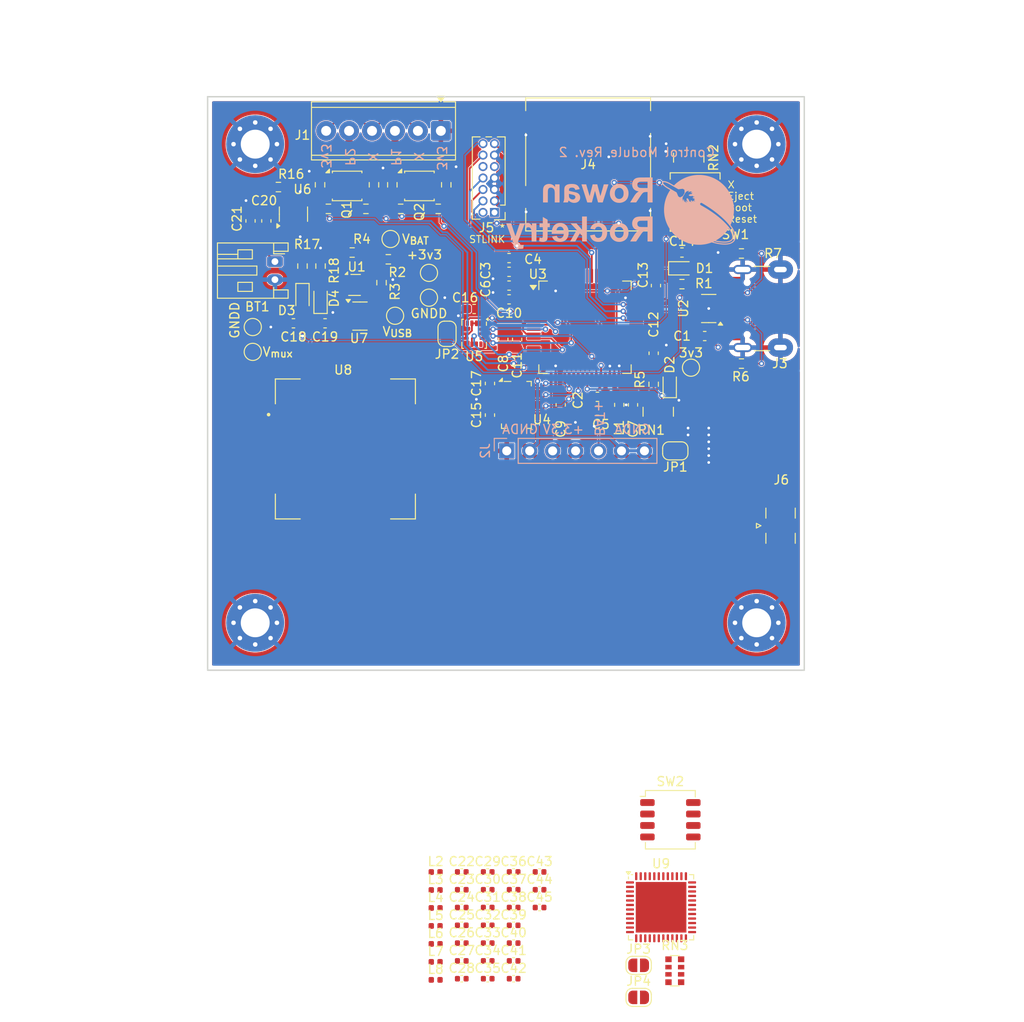
<source format=kicad_pcb>
(kicad_pcb (version 20241229) (generator "pcbnew") (generator_version "9.0")
  (title_block (title "Control Module Rev2") (date "2026-02-12") (rev "2.0"))
  (layers (0 "F.Cu" signal) (4 "In1.Cu" signal) (6 "In2.Cu" signal) (2 "B.Cu" signal) (13 "F.Paste" user) (15 "B.Paste" user) (5 "F.SilkS" user "F.Silkscreen") (7 "B.SilkS" user "B.Silkscreen") (1 "F.Mask" user) (3 "B.Mask" user) (25 "Edge.Cuts" user))
  (net 0 "")
  (net 1 "/MCU/VDDSMPS")
  (net 2 "GNDD")
  (net 3 "+3.3V")
  (net 4 "/MCU/VDD11")
  (net 5 "GNDA")
  (net 6 "VDDA")
  (net 7 "/MCU/VBAT")
  (net 8 "/V_USB")
  (net 9 "/NRST")
  (net 10 "/MCU/SD_CLK")
  (net 11 "/MCU/SD_DAT0")
  (net 12 "/MCU/SD_CMD")
  (net 13 "/MCU/USB_DP")
  (net 14 "/MCU/USB_DN")
  (net 15 "/BOOT0")
  (net 16 "/SD_EJECT")
  (net 17 "/IMU Sensors/pres_mosi")
  (net 18 "/IMU Sensors/imu_int2")
  (net 19 "Net-(D1-A)")
  (net 20 "/IMU Sensors/imu_miso")
  (net 21 "/IMU Sensors/pres_miso")
  (net 22 "/IMU Sensors/imu_sclk")
  (net 23 "/IMU Sensors/pres_sclk")
  (net 24 "/IMU Sensors/imu_int1")
  (net 25 "/IMU Sensors/pres_cs")
  (net 26 "/IMU Sensors/imu_mosi")
  (net 27 "/IMU Sensors/imu_cs")
  (net 29 "Net-(D2-A)")
  (net 30 "/Pyro Controller 2/Out")
  (net 31 "/Pyro Controller 1/Out")
  (net 32 "Net-(J3-D--PadA7)")
  (net 33 "Net-(J3-CC2)")
  (net 34 "Net-(J3-D+-PadA6)")
  (net 37 "Net-(J3-CC1)")
  (net 38 "Net-(D3-K)")
  (net 39 "Net-(Q1-G)")
  (net 40 "Net-(Q2-G)")
  (net 41 "Net-(D4-K)")
  (net 42 "/Battery/Status")
  (net 43 "Net-(J1-Pin_2)")
  (net 44 "Net-(U1-ST)")
  (net 45 "/Battery/Program")
  (net 46 "/V_{BAT}")
  (net 47 "+5V_USB")
  (net 48 "Net-(RN1-R1.2)")
  (net 49 "+BATT")
  (net 50 "Net-(RN1-R2.1)")
  (net 51 "/Bat Sense")
  (net 52 "/MCU/ADC1_IN5")
  (net 53 "/MCU/ADC1_IN6")
  (net 54 "/MCU/PYRO2_FIRE")
  (net 55 "/MCU/PYRO1_FIRE")
  (net 56 "Net-(RN2-R4.2)")
  (net 57 "/MicroSD Card/SD_DAT3")
  (net 58 "/MicroSD Card/SD_DAT2")
  (net 59 "/MicroSD Card/SD_DAT1")
  (net 60 "Net-(U1-PR1)")
  (net 61 "/V_{mux}")
  (net 62 "/Battery/V_USB")
  (net 63 "Net-(U3-VLXSMPS)")
  (net 78 "/MCU/MCU_RX")
  (net 89 "/MCU/MCU_TX")
  (net 93 "/MCU/SWDIO")
  (net 94 "/MCU/SWCLK")
  (net 95 "/MCU/SWO")
  (net 97 "Net-(U9-VDDPA)")
  (net 98 "Net-(U9-VDDA)")
  (net 99 "Net-(U9-VDDRF1V55)")
  (net 100 "Net-(U9-PC15)")
  (net 101 "Net-(U9-PC14)")
  (net 102 "Net-(U9-VR_PA)")
  (net 103 "Net-(C39-Pad2)")
  (net 104 "Net-(C39-Pad1)")
  (net 105 "Net-(C41-Pad1)")
  (net 106 "Net-(C42-Pad1)")
  (net 107 "Net-(C43-Pad2)")
  (net 108 "Net-(J6-In)")
  (net 109 "Net-(U9-VLXSMPS)")
  (net 110 "Net-(U9-RFO_HP)")
  (net 111 "Net-(RN3-R4.2)")
  (net 112 "Net-(RN3-R3.2)")
  (net 144 "/transmitter/OSC_IN")
  (net 145 "/transmitter/OSC_OUT")
  (net 146 "/transmitter/NRST")
  (net 147 "/transmitter/BOOT0")
  (net 155 "GND")
  (footprint "Capacitor_SMD:C_0402_1005Metric" (layer "F.Cu") (at 152.24 116.03)
    (property "Reference" "C45")
    (property "Value" "8.2pF")
  )
  (footprint "TestPoint:TestPoint_Pad_D1.5mm" (layer "F.Cu") (at 135.75 42)
    (property "Reference" "V_{BAT}")
    (property "Value" "V_{BAT}")
  )
  (footprint "Resistor_SMD:R_0603_1608Metric_Pad0.98x0.95mm_HandSolder" (layer "F.Cu") (at 128.867 38.664)
    (property "Reference" "R9" (hide yes))
    (property "Value" "1k")
  )
  (footprint "Capacitor_SMD:C_0402_1005Metric" (layer "F.Cu") (at 146.5 116.03)
    (property "Reference" "C31")
    (property "Value" "C")
  )
  (footprint "Capacitor_SMD:C_0402_1005Metric" (layer "F.Cu") (at 149.37 119.97)
    (property "Reference" "C40")
    (property "Value" "15pF")
  )
  (footprint "Package_SO:Vishay_PowerPAK_1212-8_Single" (layer "F.Cu") (at 138.9425 36.127)
    (property "Reference" "Q2")
    (property "Value" "SiS454DN")
  )
  (footprint "MountingHole:MountingHole_3.2mm_M3_Pad_Via" (layer "F.Cu") (at 176.27 84.5)
    (property "Reference" "H1" (hide yes))
    (property "Value" "MountingHole_Pad")
  )
  (footprint "Resistor_SMD:R_0603_1608Metric_Pad0.98x0.95mm_HandSolder" (layer "F.Cu") (at 141.913 36 -90)
    (property "Reference" "R15" (hide yes))
    (property "Value" "22k")
  )
  (footprint "Capacitor_SMD:C_0603_1608Metric_Pad1.08x0.95mm_HandSolder" (layer "F.Cu") (at 148.231221 53.13 90)
    (property "Reference" "C8")
    (property "Value" "1uF")
  )
  (footprint "TerminalBlock_Phoenix:TerminalBlock_Phoenix_MPT-0,5-6-2.54_1x06_P2.54mm_Horizontal" (layer "F.Cu") (at 141.3172 30.0272 180)
    (property "Reference" "J1")
    (property "Value" "Screw_Terminal_01x06")
  )
  (footprint "Package_TO_SOT_SMD:SOT-583-8" (layer "F.Cu") (at 131.76 47.0875)
    (property "Reference" "U1")
    (property "Value" "TPS2116DRL")
  )
  (footprint "Resistor_SMD:R_0603_1608Metric_Pad0.98x0.95mm_HandSolder" (layer "F.Cu") (at 133.913 36 -90)
    (property "Reference" "R11" (hide yes))
    (property "Value" "22k")
  )
  (footprint "Resistor_SMD:R_0603_1608Metric" (layer "F.Cu") (at 167.998221 46.999 180)
    (property "Reference" "R1")
    (property "Value" "1k")
  )
  (footprint "Package_SO:Vishay_PowerPAK_1212-8_Single" (layer "F.Cu") (at 130.9425 36.127)
    (property "Reference" "Q1")
    (property "Value" "SiS454DN")
  )
  (footprint "Capacitor_SMD:C_0402_1005Metric" (layer "F.Cu") (at 146.5 118)
    (property "Reference" "C32")
    (property "Value" "C")
  )
  (footprint "Jumper:SolderJumper-2_P1.3mm_Open_RoundedPad1.0x1.5mm" (layer "F.Cu") (at 163.2075 125.98)
    (property "Reference" "JP4")
    (property "Value" "SolderJumper_2_Open")
  )
  (footprint "Resistor_SMD:R_Array_Convex_4x0612" (layer "F.Cu") (at 168.75 33 -90)
    (property "Reference" "RN2")
    (property "Value" "10k")
  )
  (footprint "Button_Switch_SMD:SW_DIP_SPSTx04_Slide_Copal_CHS-04A_W5.08mm_P1.27mm_JPin" (layer "F.Cu") (at 166.7175 106.31)
    (property "Reference" "SW2")
    (property "Value" "SW_DIP_x04")
  )
  (footprint "Capacitor_SMD:C_0402_1005Metric" (layer "F.Cu") (at 149.37 116.03)
    (property "Reference" "C38")
    (property "Value" "68pF")
  )
  (footprint "Inductor_SMD:L_0402_1005Metric" (layer "F.Cu") (at 140.74 120.06)
    (property "Reference" "L6")
    (property "Value" "12nH")
  )
  (footprint "MountingHole:MountingHole_3.2mm_M3_Pad_Via" (layer "F.Cu") (at 120.77 31.5)
    (property "Reference" "H4" (hide yes))
    (property "Value" "MountingHole_Pad")
  )
  (footprint "Capacitor_SMD:C_0402_1005Metric" (layer "F.Cu") (at 146.5 114.06)
    (property "Reference" "C30")
    (property "Value" "C")
  )
  (footprint "Capacitor_SMD:C_0402_1005Metric" (layer "F.Cu") (at 146.5 121.94)
    (property "Reference" "C34")
    (property "Value" "C")
  )
  (footprint "Package_LGA:LGA-8_3x5mm_P1.25mm" (layer "F.Cu") (at 149.675 60.375)
    (property "Reference" "U4")
    (property "Value" "MS5607-02BA")
  )
  (footprint "Capacitor_SMD:C_0603_1608Metric_Pad1.08x0.95mm_HandSolder" (layer "F.Cu") (at 148.866221 48.685 180)
    (property "Reference" "C10")
    (property "Value" "100nF")
  )
  (footprint "Capacitor_SMD:C_0402_1005Metric" (layer "F.Cu") (at 143.63 114.06)
    (property "Reference" "C23")
    (property "Value" "C")
  )
  (footprint "Inductor_SMD:L_0402_1005Metric" (layer "F.Cu") (at 140.74 124.04)
    (property "Reference" "L8")
    (property "Value" "18nH")
  )
  (footprint "Resistor_SMD:R_0603_1608Metric_Pad0.98x0.95mm_HandSolder" (layer "F.Cu") (at 128 45 90)
    (property "Reference" "R18")
    (property "Value" "5.1k")
  )
  (footprint "Jumper:SolderJumper-2_P1.3mm_Open_RoundedPad1.0x1.5mm" (layer "F.Cu") (at 142 52.5 -90)
    (property "Reference" "JP2")
    (property "Value" "SolderJumper_2_Open")
  )
  (footprint "Capacitor_SMD:C_0402_1005Metric" (layer "F.Cu") (at 152.24 114.06)
    (property "Reference" "C44")
    (property "Value" "8.2pF")
  )
  (footprint "Resistor_SMD:R_0603_1608Metric_Pad0.98x0.95mm_HandSolder" (layer "F.Cu") (at 123.3375 36.25)
    (property "Reference" "R16")
    (property "Value" "5.1k")
  )
  (footprint "Package_LGA:LGA-14_3x2.5mm_P0.5mm_LayoutBorder3x4y" (layer "F.Cu") (at 145 52.5 -90)
    (property "Reference" "U5")
    (property "Value" "LSM6DSL")
  )
  (footprint "Capacitor_SMD:C_0402_1005Metric" (layer "F.Cu") (at 152.24 112.09)
    (property "Reference" "C43")
    (property "Value" "68pF")
  )
  (footprint "MountingHole:MountingHole_3.2mm_M3_Pad_Via" (layer "F.Cu") (at 120.77 84.5)
    (property "Reference" "H3" (hide yes))
    (property "Value" "MountingHole_Pad")
  )
  (footprint "Capacitor_SMD:C_0402_1005Metric" (layer "F.Cu") (at 143.63 112.09)
    (property "Reference" "C22")
    (property "Value" "C")
  )
  (footprint "Capacitor_SMD:C_0603_1608Metric_Pad1.08x0.95mm_HandSolder" (layer "F.Cu") (at 158.645221 59.48 180)
    (property "Reference" "C2")
    (property "Value" "10uF")
  )
  (footprint "Connector_Coaxial:SMA_Samtec_SMA-J-P-H-ST-EM1_EdgeMount" (layer "F.Cu") (at 179 73.75)
    (property "Reference" "J6")
    (property "Value" "Conn_Coaxial")
  )
  (footprint "Resistor_SMD:R_Array_Convex_4x0612" (layer "F.Cu") (at 167.2075 123.03)
    (property "Reference" "RN3")
    (property "Value" "10k")
  )
  (footprint "Capacitor_SMD:C_0402_1005Metric" (layer "F.Cu") (at 143.63 123.91)
    (property "Reference" "C28")
    (property "Value" "C")
  )
  (footprint "Resistor_SMD:R_0603_1608Metric_Pad0.98x0.95mm_HandSolder" (layer "F.Cu") (at 141.024 38.664 180)
    (property "Reference" "R14" (hide yes))
    (property "Value" "100k")
  )
  (footprint "Capacitor_SMD:C_0402_1005Metric" (layer "F.Cu") (at 149.37 112.09)
    (property "Reference" "C36")
    (property "Value" "C")
  )
  (footprint "Resistor_SMD:R_0603_1608Metric" (layer "F.Cu") (at 174.583221 43.605 180)
    (property "Reference" "R7")
    (property "Value" "5.1k")
  )
  (footprint "Resistor_SMD:R_0603_1608Metric" (layer "F.Cu") (at 174.583221 55.797 180)
    (property "Reference" "R6")
    (property "Value" "5.1k")
  )
  (footprint "Capacitor_SMD:C_0402_1005Metric" (layer "F.Cu") (at 149.37 114.06)
    (property "Reference" "C37")
    (property "Value" "47nF")
  )
  (footprint "Resistor_SMD:R_0603_1608Metric_Pad0.98x0.95mm_HandSolder" (layer "F.Cu") (at 126 45 90)
    (property "Reference" "R17")
    (property "Value" "5.1k")
  )
  (footprint "Connector_Card:microSD_HC_Molex_47219-2001" (layer "F.Cu") (at 157.617 33.75)
    (property "Reference" "J4")
    (property "Value" "Micro_SD_Card")
  )
  (footprint "Jumper:SolderJumper-2_P1.3mm_Open_RoundedPad1.0x1.5mm" (layer "F.Cu") (at 167.262221 65.463 180)
    (property "Reference" "JP1")
    (property "Value" "SolderJumper_2_Open")
  )
  (footprint "Capacitor_SMD:C_0603_1608Metric_Pad1.08x0.95mm_HandSolder" (layer "F.Cu") (at 170.518221 52.749 180)
    (property "Reference" "C1")
    (property "Value" "100nF")
  )
  (footprint "Capacitor_SMD:C_0402_1005Metric" (layer "F.Cu") (at 149.37 121.94)
    (property "Reference" "C41")
    (property "Value" "68pF")
  )
  (footprint "Capacitor_SMD:C_0402_1005Metric" (layer "F.Cu") (at 143.63 119.97)
    (property "Reference" "C26")
    (property "Value" "C")
  )
  (footprint "Resistor_SMD:R_0603_1608Metric_Pad0.98x0.95mm_HandSolder" (layer "F.Cu") (at 127.944 36 -90)
    (property "Reference" "R8" (hide yes))
    (property "Value" "3.3k")
  )
  (footprint "Resistor_SMD:R_0603_1608Metric_Pad0.98x0.95mm_HandSolder" (layer "F.Cu") (at 135.5 44.25 180)
    (property "Reference" "R2")
    (property "Value" "300k")
  )
  (footprint "LED_SMD:LED_0603_1608Metric_Pad1.05x0.95mm_HandSolder" (layer "F.Cu") (at 128 48.5875 90)
    (property "Reference" "D4")
    (property "Value" "LED")
  )
  (footprint "MountingHole:MountingHole_3.2mm_M3_Pad_Via" (layer "F.Cu") (at 176.27 31.5)
    (property "Reference" "H2" (hide yes))
    (property "Value" "MountingHole_Pad")
  )
  (footprint "Capacitor_SMD:C_0603_1608Metric_Pad1.08x0.95mm_HandSolder" (layer "F.Cu") (at 148.866221 47.161 180)
    (property "Reference" "C6")
    (property "Value" "100nF")
  )
  (footprint "Capacitor_SMD:C_0603_1608Metric_Pad1.08x0.95mm_HandSolder" (layer "F.Cu") (at 164.868221 54.654 90)
    (property "Reference" "C12")
    (property "Value" "100nF")
  )
  (footprint "Package_TO_SOT_SMD:SOT-23-5" (layer "F.Cu") (at 132.3625 50.5375)
    (property "Reference" "U7")
    (property "Value" "MIC5504-3.3YM5")
  )
  (footprint "Capacitor_SMD:C_0402_1005Metric" (layer "F.Cu") (at 149.37 123.91)
    (property "Reference" "C42")
    (property "Value" "5.6pF")
  )
  (footprint "Capacitor_SMD:C_0603_1608Metric_Pad1.08x0.95mm_HandSolder" (layer "F.Cu") (at 120.25 40 90)
    (property "Reference" "C21")
    (property "Value" "1uF")
  )
  (footprint "Resistor_SMD:R_Array_Convex_4x0612" (layer "F.Cu") (at 165.376221 61.131 90)
    (property "Reference" "RN1")
    (property "Value" "10k")
  )
  (footprint "TestPoint:TestPoint_Pad_D1.5mm" (layer "F.Cu") (at 120.5 51.75 90)
    (property "Reference" "GNDD")
    (property "Value" "GNDD")
  )
  (footprint "Package_TO_SOT_SMD:SOT-23-6" (layer "F.Cu") (at 170.964221 49.701 180)
    (property "Reference" "U2")
    (property "Value" "USBLC6-2SC6")
  )
  (footprint "Resistor_SMD:R_0603_1608Metric_Pad0.98x0.95mm_HandSolder" (layer "F.Cu") (at 133.024 38.664 180)
    (property "Reference" "R10" (hide yes))
    (property "Value" "100k")
  )
  (footprint "Resistor_SMD:R_0603_1608Metric_Pad0.98x0.95mm_HandSolder" (layer "F.Cu") (at 134.75 46.8375 -90)
    (property "Reference" "R3")
    (property "Value" "100k")
  )
  (footprint "Capacitor_SMD:C_0402_1005Metric" (layer "F.Cu") (at 143.63 121.94)
    (property "Reference" "C27")
    (property "Value" "C")
  )
  (footprint "Button_Switch_SMD:SW_DIP_SPSTx04_Slide_Copal_CHS-04A_W5.08mm_P1.27mm_JPin" (layer "F.Cu") (at 169.46 37.905 180)
    (property "Reference" "SW1")
    (property "Value" "SW_DIP_x04")
  )
  (footprint "Capacitor_SMD:C_0603_1608Metric_Pad1.08x0.95mm_HandSolder" (layer "F.Cu") (at 168 43.5 180)
    (property "Reference" "C14")
    (property "Value" "10uF")
  )
  (footprint "Capacitor_SMD:C_0603_1608Metric_Pad1.08x0.95mm_HandSolder" (layer "F.Cu") (at 149.755221 53.13 90)
    (property "Reference" "C11")
    (property "Value" "100nF")
  )
  (footprint "Capacitor_SMD:C_0603_1608Metric_Pad1.08x0.95mm_HandSolder" (layer "F.Cu") (at 158.645221 61.004 180)
    (property "Reference" "C5")
    (property "Value" "100nF")
  )
  (footprint "SAM M10Q:XCVR_SAM-M10Q-00B" (layer "F.Cu") (at 130.75 65.25)
    (property "Reference" "U8")
    (property "Value" "SAM-M10Q-00B")
  )
  (footprint "Jumper:SolderJumper-2_P1.3mm_Open_RoundedPad1.0x1.5mm" (layer "F.Cu") (at 163.2075 122.43)
    (property "Reference" "JP3")
    (property "Value" "SolderJumper_2_Open")
  )
  (footprint "Capacitor_SMD:C_0603_1608Metric_Pad1.08x0.95mm_HandSolder" (layer "F.Cu") (at 148.866221 44.113 180)
    (property "Reference" "C4")
    (property "Value" "2.2uF")
  )
  (footprint "Package_TO_SOT_SMD:SOT-23-5" (layer "F.Cu") (at 125 39.25 90)
    (property "Reference" "U6")
    (property "Value" "MCP73831-2-OT")
  )
  (footprint "TestPoint:TestPoint_Pad_D1.5mm" (layer "F.Cu") (at 140 45.75 180)
    (property "Reference" "+3v3")
    (property "Value" "VDDUSB")
  )
  (footprint "Connector_PinHeader_1.27mm:PinHeader_2x07_P1.27mm_Vertical" (layer "F.Cu") (at 147.25 39.06 180)
    (property "Reference" "J5")
    (property "Value" "Conn_ST_STDC14")
  )
  (footprint "Inductor_SMD:L_0402_1005Metric" (layer "F.Cu") (at 140.74 118.07)
    (property "Reference" "L5")
    (property "Value" "56nH")
  )
  (footprint "Capacitor_SMD:C_0603_1608Metric_Pad1.08x0.95mm_HandSolder" (layer "F.Cu") (at 154.581221 60.369 -90)
    (property "Reference" "C9")
    (property "Value" "100nF")
  )
  (footprint "Resistor_SMD:R_0603_1608Metric_Pad0.98x0.95mm_HandSolder" (layer "F.Cu") (at 136.867 38.664)
    (property "Reference" "R13" (hide yes))
    (property "Value" "1k")
  )
  (footprint "Capacitor_SMD:C_0603_1608Metric_Pad1.08x0.95mm_HandSolder" (layer "F.Cu") (at 125 51.3375 180)
    (property "Reference" "C18")
    (property "Value" "4.7uF")
  )
  (footprint "TestPoint:TestPoint_Pad_D1.5mm" (layer "F.Cu") (at 136.25 50.5 90)
    (property "Reference" "V_{USB}")
    (property "Value" "V_USB")
  )
  (footprint "Capacitor_SMD:C_0603_1608Metric_Pad1.08x0.95mm_HandSolder" (layer "F.Cu") (at 146.75 58 -90)
    (property "Reference" "C17" (hide yes))
    (property "Value" "100nF")
  )
  (footprint "Capacitor_SMD:C_0603_1608Metric_Pad1.08x0.95mm_HandSolder" (layer "F.Cu") (at 146.75 61.5 -90)
    (property "Reference" "C15")
    (property "Value" "100nF")
  )
  (footprint "TestPoint:TestPoint_Pad_D1.5mm" (layer "F.Cu") (at 120.5 54.5 90)
    (property "Reference" "V_{mux}")
    (property "Value" "V_{mux}")
  )
  (footprint "Capacitor_SMD:C_0603_1608Metric_Pad1.08x0.95mm_HandSolder" (layer "F.Cu") (at 162.582221 60.369 -90)
    (property "Reference" "C7")
    (property "Value" "2.2uF")
  )
  (footprint "Fiducial:Fiducial_1mm_Mask2mm" (layer "F.Cu") (at 178 38.25)
    (property "Reference" "FID1" (hide yes))
    (property "Value" "Fiducial")
  )
  (footprint "Resistor_SMD:R_0603_1608Metric" (layer "F.Cu") (at 164.868221 58.083 -90)
    (property "Reference" "R5")
    (property "Value" "1k")
  )
  (footprint "LED_SMD:LED_0603_1608Metric" (layer "F.Cu") (at 166.646221 58.083 90)
    (property "Reference" "D2")
    (property "Value" "LED")
  )
  (footprint "LED_SMD:LED_0603_1608Metric" (layer "F.Cu") (at 167.998221 45.249)
    (property "Reference" "D1")
    (property "Value" "LED")
  )
  (footprint "Inductor_SMD:L_0402_1005Metric" (layer "F.Cu") (at 140.74 112.1)
    (property "Reference" "L2")
    (property "Value" "L")
  )
  (footprint "Connector_JST:JST_PH_S2B-PH-K_1x02_P2.00mm_Horizontal" (layer "F.Cu") (at 122.95 44.5 -90)
    (property "Reference" "BT1")
    (property "Value" "Battery_Cell")
  )
  (footprint "Capacitor_SMD:C_0603_1608Metric_Pad1.08x0.95mm_HandSolder" (layer "F.Cu") (at 145 49.75 180)
    (property "Reference" "C16")
    (property "Value" "10uF")
  )
  (footprint "Capacitor_SMD:C_0603_1608Metric_Pad1.08x0.95mm_HandSolder" (layer "F.Cu") (at 148.866221 45.637 180)
    (property "Reference" "C3")
    (property "Value" "10uF")
  )
  (footprint "Inductor_SMD:L_0402_1005Metric" (layer "F.Cu") (at 140.74 114.09)
    (property "Reference" "L3")
    (property "Value" "L")
  )
  (footprint "LED_SMD:LED_0603_1608Metric_Pad1.05x0.95mm_HandSolder" (layer "F.Cu") (at 126 48.5875 -90)
    (property "Reference" "D3")
    (property "Value" "LED")
  )
  (footprint "Package_DFN_QFN:QFN-48-1EP_7x7mm_P0.5mm_EP5.6x5.6mm" (layer "F.Cu") (at 165.6875 116)
    (property "Reference" "U9")
    (property "Value" "STM32WL55CCUx")
  )
  (footprint "Fiducial:Fiducial_1mm_Mask2mm" (layer "F.Cu") (at 169.75 59.5)
    (property "Reference" "FID2" (hide yes))
    (property "Value" "Fiducial")
  )
  (footprint "TestPoint:TestPoint_Pad_D1.5mm" (layer "F.Cu") (at 169 56.25)
    (property "Reference" "3v3")
    (property "Value" "3V3")
  )
  (footprint "Capacitor_SMD:C_0603_1608Metric_Pad1.08x0.95mm_HandSolder" (layer "F.Cu") (at 128.5 51.3375)
    (property "Reference" "C19")
    (property "Value" "1uF")
  )
  (footprint "TestPoint:TestPoint_Pad_D1.5mm" (layer "F.Cu") (at 140 48.5)
    (property "Reference" "GNDD")
    (property "Value" "GNDD")
  )
  (footprint "Inductor_SMD:L_0402_1005Metric" (layer "F.Cu") (at 140.74 116.08)
    (property "Reference" "L4")
    (property "Value" "L")
  )
  (footprint "Capacitor_SMD:C_0402_1005Metric" (layer "F.Cu") (at 146.5 112.09)
    (property "Reference" "C29")
    (property "Value" "C")
  )
  (footprint "Capacitor_SMD:C_0603_1608Metric_Pad1.08x0.95mm_HandSolder" (layer "F.Cu") (at 122 40 90)
    (property "Reference" "C20")
    (property "Value" "4.7uF")
  )
  (footprint "Resistor_SMD:R_0603_1608Metric_Pad0.98x0.95mm_HandSolder" (layer "F.Cu") (at 135.944 36 -90)
    (property "Reference" "R12" (hide yes))
    (property "Value" "3.3k")
  )
  (footprint "Capacitor_SMD:C_0402_1005Metric" (layer "F.Cu") (at 146.5 123.91)
    (property "Reference" "C35")
    (property "Value" "C")
  )
  (footprint "Capacitor_SMD:C_0402_1005Metric" (layer "F.Cu") (at 146.5 119.97)
    (property "Reference" "C33")
    (property "Value" "C")
  )
  (footprint "Connector_USB:USB_C_Receptacle_GCT_USB4105-xx-A_16P_TopMnt_Horizontal" (layer "F.Cu") (at 177.822221 49.701 90)
    (property "Reference" "J3")
    (property "Value" "USB_C_Receptacle_USB2.0_16P")
  )
  (footprint "Inductor_SMD:L_0402_1005Metric" (layer "F.Cu") (at 140.74 122.05)
    (property "Reference" "L7")
    (property "Value" "20nH")
  )
  (footprint "Resistor_SMD:R_0603_1608Metric" (layer "F.Cu") (at 131.5 43.5 180)
    (property "Reference" "R4")
    (property "Value" "10k")
  )
  (footprint "Inductor_SMD:L_0603_1608Metric_Pad1.05x0.95mm_HandSolder" (layer "F.Cu") (at 161.058221 60.369 -90)
    (property "Reference" "L1")
    (property "Value" "2.2uH")
  )
  (footprint "Package_QFP:LQFP-64_10x10mm_P0.5mm" (layer "F.Cu") (at 157.269221 51.77)
    (property "Reference" "U3")
    (property "Value" "STM32U545RETxQ")
  )
  (footprint "Fiducial:Fiducial_1mm_Mask2mm" (layer "F.Cu") (at 142.75 57)
    (property "Reference" "FID3" (hide yes))
    (property "Value" "Fiducial")
  )
  (footprint "Capacitor_SMD:C_0402_1005Metric" (layer "F.Cu") (at 143.63 116.03)
    (property "Reference" "C24")
    (property "Value" "C")
  )
  (footprint "Capacitor_SMD:C_0402_1005Metric" (layer "F.Cu") (at 149.37 118)
    (property "Reference" "C39")
    (property "Value" "2.7pF")
  )
  (footprint "Capacitor_SMD:C_0603_1608Metric_Pad1.08x0.95mm_HandSolder" (layer "F.Cu") (at 165.122221 47.161 90)
    (property "Reference" "C13")
    (property "Value" "100nF")
  )
  (footprint "Capacitor_SMD:C_0402_1005Metric" (layer "F.Cu") (at 143.63 118)
    (property "Reference" "C25")
    (property "Value" "C")
  )
  (footprint "Connector_PinHeader_2.54mm:PinHeader_1x07_P2.54mm_Vertical" (layer "B.Cu") (at 148.608221 65.463 -90)
    (property "Reference" "J2")
    (property "Value" "Conn_01x07_Pin")
  )
  (footprint "LOGO" (layer "B.Cu") (at 161.25 39 180)
    (property "Reference" "G***" (hide yes))
    (property "Value" "LOGO" (hide yes))
  )
  (gr_rect (start 115.5 26.25) (end 181.54 89.75) (stroke (width 0.16)) (fill no) (layer "Edge.Cuts"))
  (gr_text "C17" (at 145.25 58 90) (layer "F.SilkS") (effects (font (size 1 1))))
  (gr_text "STLINK" (at 148.5 42.5 0) (layer "F.SilkS") (effects (font (size 0.7874 0.7874) (thickness 0.112486)) (justify right bottom)))
  (gr_text "*" (at 148.5 41.25 0) (layer "F.SilkS") (effects (font (size 0.8 0.8) (thickness 0.112486)) (justify right bottom)))
  (gr_text "X\nEject\nBoot\nReset" (at 173 40.25 0) (layer "F.SilkS") (effects (font (size 0.7874 0.7874) (thickness 0.112486)) (justify left bottom)))
  (gr_text "3v3" (at 128 34.25 270) (layer "B.SilkS") (effects (font (size 1.016 1.016) (thickness 0.145143)) (justify left bottom mirror)))
  (gr_text "X" (at 133.1892 33.5 270) (layer "B.SilkS") (effects (font (size 1.016 1.016) (thickness 0.145143)) (justify left bottom mirror)))
  (gr_text "+3.3V" (at 157.248221 63.671 0) (layer "B.SilkS") (effects (font (size 1.016 1.016) (thickness 0.145143)) (justify left bottom mirror)))
  (gr_text "P2" (at 130.6492 34 270) (layer "B.SilkS") (effects (font (size 1.016 1.016) (thickness 0.145143)) (justify left bottom mirror)))
  (gr_text "P1" (at 135.7292 34 270) (layer "B.SilkS") (effects (font (size 1.016 1.016) (thickness 0.145143)) (justify left bottom mirror)))
  (gr_text "X" (at 138.2692 33.4507 270) (layer "B.SilkS") (effects (font (size 1.016 1.016) (thickness 0.145143)) (justify left bottom mirror)))
  (gr_text "GNDA" (at 152.168221 63.671 0) (layer "B.SilkS") (effects (font (size 1.016 1.016) (thickness 0.145143)) (justify left bottom mirror)))
  (gr_text "GNDA" (at 164.614221 63.671 0) (layer "B.SilkS") (effects (font (size 1.016 1.016) (thickness 0.145143)) (justify left bottom mirror)))
  (gr_text "BAT+" (at 158.264221 63.925 270) (layer "B.SilkS") (effects (font (size 1.016 1.016) (thickness 0.145143)) (justify left bottom mirror)))
  (gr_text "3v3" (at 140.8092 34.5 270) (layer "B.SilkS") (effects (font (size 1.016 1.016) (thickness 0.145143)) (justify left bottom mirror)))
  (gr_text "Control Module Rev. 2" (at 163 33 0) (layer "B.SilkS") (effects (font (size 1.016 1.016) (thickness 0.145143)) (justify bottom mirror)))
  (segment (start 159.531221 57.457) (end 159.519221 57.445) (width 0.2) (layer "F.Cu") (net 1))
  (segment (start 165.768221 48.999) (end 166.268221 48.499) (width 0.2) (layer "F.Cu") (net 2))
  (segment (start 120.25 38.25) (end 119.75 37.75) (width 0.2) (layer "F.Cu") (net 2))
  (segment (start 129.3625 50.1375) (end 129.3625 51.3375) (width 0.2) (layer "F.Cu") (net 2))
  (segment (start 146.75 58.8625) (end 147.7125 58.8625) (width 0.2) (layer "F.Cu") (net 2))
  (segment (start 145.8625 59.75) (end 146.75 58.8625) (width 0.2) (layer "F.Cu") (net 2))
  (segment (start 144.75 52.149999) (end 144.75 51.3375) (width 0.2) (layer "F.Cu") (net 2))
  (segment (start 120.25 39.1375) (end 122 39.1375) (width 0.2) (layer "F.Cu") (net 2))
  (segment (start 122.95 46.5) (end 122.95 50.15) (width 0.2) (layer "F.Cu") (net 2))
  (segment (start 165.498221 45.249) (end 167.210721 45.249) (width 0.2) (layer "F.Cu") (net 2))
  (segment (start 167.433721 58.8705) (end 166.646221 58.8705) (width 0.2) (layer "F.Cu") (net 2))
  (segment (start 164.48 28.963) (end 164.48 30.632) (width 0.2) (layer "F.Cu") (net 2))
  (segment (start 125 40.3875) (end 125 41) (width 0.2) (layer "F.Cu") (net 2))
  (segment (start 164.068221 48.52) (end 162.944221 48.52) (width 0.2) (layer "F.Cu") (net 2))
  (segment (start 129.3625 51.3375) (end 130.1625 50.5375) (width 0.2) (layer "F.Cu") (net 2))
  (segment (start 167.662221 59.099) (end 167.433721 58.8705) (width 0.2) (layer "F.Cu") (net 2))
  (segment (start 124.75 36.75) (end 124.25 36.25) (width 0.2) (layer "F.Cu") (net 2))
  (segment (start 144.399999 52.5) (end 144.75 52.149999) (width 0.2) (layer "F.Cu") (net 2))
  (segment (start 155.725391 61.8205) (end 155.111221 61.8205) (width 0.2) (layer "F.Cu") (net 2))
  (segment (start 161.820221 60.369) (end 162.328221 60.369) (width 0.2) (layer "F.Cu") (net 2))
  (segment (start 147.7125 58.8625) (end 148.6 59.75) (width 0.2) (layer "F.Cu") (net 2))
  (segment (start 150.742 38.992) (end 150.742 37.35) (width 0.2) (layer "F.Cu") (net 2))
  (segment (start 145.25 59.75) (end 145.8625 59.75) (width 0.2) (layer "F.Cu") (net 2))
  (segment (start 161.019221 56.09) (end 161.019221 57.445) (width 0.2) (layer "F.Cu") (net 2))
  (segment (start 166.225721 53.7915) (end 166.268221 53.749) (width 0.2) (layer "F.Cu") (net 2))
  (segment (start 125.75 36.75) (end 124.75 36.75) (width 0.2) (layer "F.Cu") (net 2))
  (segment (start 128.77 44.0875) (end 131.02 46.3375) (width 0.2) (layer "F.Cu") (net 2))
  (segment (start 165.122221 46.2985) (end 165.122221 45.625) (width 0.2) (layer "F.Cu") (net 2))
  (segment (start 127.3375 35.0875) (end 127.944 35.0875) (width 0.2) (layer "F.Cu") (net 2))
  (segment (start 172.101721 49.701) (end 170.964221 49.701) (width 0.2) (layer "F.Cu") (net 2))
  (segment (start 165.567721 46.2985) (end 165.122221 46.2985) (width 0.2) (layer "F.Cu") (net 2))
  (segment (start 164.661421 48.999) (end 165.768221 48.999) (width 0.2) (layer "F.Cu") (net 2))
  (segment (start 150.73 28.963) (end 150.73 30.488) (width 0.2) (layer "F.Cu") (net 2))
  (segment (start 120.25 39.1375) (end 120.25 38.25) (width 0.2) (layer "F.Cu") (net 2))
  (segment (start 167.662221 59.861) (end 167.662221 59.099) (width 0.2) (layer "F.Cu") (net 2))
  (segment (start 134.75 45.925) (end 135.425 45.925) (width 0.2) (layer "F.Cu") (net 2))
  (segment (start 165.122221 45.625) (end 165.498221 45.249) (width 0.2) (layer "F.Cu") (net 2))
  (segment (start 150.75 39) (end 150.742 38.992) (width 0.2) (layer "F.Cu") (net 2))
  (segment (start 144 49.75) (end 143.25 50.5) (width 0.2) (layer "F.Cu") (net 2))
  (segment (start 154.019221 57.445) (end 154.019221 56.051) (width 0.2) (layer "F.Cu") (net 2))
  (segment (start 156.209648 62.304757) (end 155.725391 61.8205) (width 0.2) (layer "F.Cu") (net 2))
  (segment (start 127.944 35.0875) (end 129.458 35.0875) (width 0.2) (layer "F.Cu") (net 2))
  (segment (start 167.1375 45.175779) (end 167.210721 45.249) (width 0.2) (layer "F.Cu") (net 2))
  (segment (start 167.1375 43.5) (end 167.1375 45.175779) (width 0.2) (layer "F.Cu") (net 2))
  (segment (start 161.75 48.52) (end 164.182421 48.52) (width 0.2) (layer "F.Cu") (net 2))
  (segment (start 128 43) (end 128 44.0875) (width 0.2) (layer "F.Cu") (net 2))
  (segment (start 133.913 35.0875) (end 133.966 35.0875) (width 0.2) (layer "F.Cu") (net 2))
  (segment (start 164.182421 48.52) (end 164.661421 48.999) (width 0.2) (layer "F.Cu") (net 2))
  (segment (start 154.019221 47.75) (end 154.019221 46.095) (width 0.2) (layer "F.Cu") (net 2))
  (segment (start 150.73 30.488) (end 150.73 30.598) (width 0.2) (layer "F.Cu") (net 2))
  (segment (start 141.913 35.0875) (end 141.913 35.087) (width 0.2) (layer "F.Cu") (net 2))
  (segment (start 147.2375 62.3625) (end 148.6 61) (width 0.2) (layer "F.Cu") (net 2))
  (segment (start 144.0875 52.5) (end 144.399999 52.5) (width 0.2) (layer "F.Cu") (net 2))
  (segment (start 166.268221 46.999) (end 165.567721 46.2985) (width 0.2) (layer "F.Cu") (net 2))
  (segment (start 144.75 51.3375) (end 145.25 51.3375) (width 0.2) (layer "F.Cu") (net 2))
  (segment (start 133.966 35.0875) (end 134.913 34.1405) (width 0.2) (layer "F.Cu") (net 2))
  (segment (start 144.1375 49.75) (end 144 49.75) (width 0.2) (layer "F.Cu") (net 2))
  (segment (start 164.48 38.87) (end 164.48 38.98) (width 0.2) (layer "F.Cu") (net 2))
  (segment (start 159.9 31.563) (end 159.9 32.91) (width 0.2) (layer "F.Cu") (net 2))
  (segment (start 125 41) (end 125.75 41.75) (width 0.2) (layer "F.Cu") (net 2))
  (segment (start 143.25 52.75) (end 143.5 53) (width 0.2) (layer "F.Cu") (net 2))
  (segment (start 126.75 34.5) (end 127.3375 35.0875) (width 0.2) (layer "F.Cu") (net 2))
  (segment (start 164.48 37.263) (end 164.48 38.87) (width 0.2) (layer "F.Cu") (net 2))
  (segment (start 143.25 50.5) (end 143.25 52.75) (width 0.2) (layer "F.Cu") (net 2))
  (segment (start 170.964221 51.4405) (end 169.655721 52.749) (width 0.2) (layer "F.Cu") (net 2))
  (segment (start 148.6 59.75) (end 148.6 61) (width 0.2) (layer "F.Cu") (net 2))
  (segment (start 135.425 45.925) (end 136 46.5) (width 0.2) (layer "F.Cu") (net 2))
  (segment (start 129.5075 35.797) (end 129.5075 35.137) (width 0.2) (layer "F.Cu") (net 2))
  (segment (start 143.5 53) (end 144.0875 53) (width 0.2) (layer "F.Cu") (net 2))
  (segment (start 122.95 50.15) (end 124.1375 51.3375) (width 0.2) (layer "F.Cu") (net 2))
  (segment (start 160.019221 56.074) (end 160.019221 57.445) (width 0.2) (layer "F.Cu") (net 2))
  (segment (start 170.964221 49.701) (end 170.964221 51.4405) (width 0.2) (layer "F.Cu") (net 2))
  (segment (start 141.913 35.087) (end 143 34) (width 0.2) (layer "F.Cu") (net 2))
  (segment (start 166.268221 48.499) (end 166.268221 46.999) (width 0.2) (layer "F.Cu") (net 2))
  (segment (start 146.75 62.3625) (end 147.2375 62.3625) (width 0.2) (layer "F.Cu") (net 2))
  (segment (start 128 44.0875) (end 128.77 44.0875) (width 0.2) (layer "F.Cu") (net 2))
  (segment (start 162.582221 60.623) (end 162.582221 61.2315) (width 0.2) (layer "F.Cu") (net 2))
  (segment (start 161.058221 56.051) (end 161.019221 56.09) (width 0.2) (layer "F.Cu") (net 2))
  (segment (start 154.581221 61.2905) (end 155.111221 61.8205) (width 0.2) (layer "F.Cu") (net 2))
  (segment (start 164.868221 53.7915) (end 166.225721 53.7915) (width 0.2) (layer "F.Cu") (net 2))
  (segment (start 172 43.5) (end 172 39.81) (width 0.2) (layer "F.Cu") (net 2))
  (segment (start 120.5 51.75) (end 122.5 51.75) (width 0.2) (layer "F.Cu") (net 2))
  (segment (start 140 48.5) (end 141.75 48.5) (width 0.2) (layer "F.Cu") (net 2))
  (segment (start 162.328221 60.369) (end 162.582221 60.623) (width 0.2) (layer "F.Cu") (net 2))
  (segment (start 129.458 35.0875) (end 129.5075 35.137) (width 0.2) (layer "F.Cu") (net 2))
  (segment (start 154.581221 61.2315) (end 154.581221 61.2905) (width 0.2) (layer "F.Cu") (net 2))
  (segment (start 144.0875 53) (end 144.0875 52.5) (width 0.2) (layer "F.Cu") (net 2))
  (segment (start 130.1625 50.5375) (end 131.225 50.5375) (width 0.2) (layer "F.Cu") (net 2))
  (via (at 134.913 34.1405) (size 0.6) (drill 0.3) (layers "F.Cu" "B.Cu") (net 2))
  (via (at 119.75 37.75) (size 0.6) (drill 0.3) (layers "F.Cu" "B.Cu") (net 2))
  (via (at 158.286221 62.736) (size 0.6) (drill 0.3) (layers "F.Cu" "B.Cu") (net 2))
  (via (at 147.088221 47.923) (size 0.6) (drill 0.3) (layers "F.Cu" "B.Cu") (net 2))
  (via (at 145.25 59.75) (size 0.6) (drill 0.3) (layers "F.Cu" "B.Cu") (net 2))
  (via (at 167.662221 59.861) (size 0.6) (drill 0.3) (layers "F.Cu" "B.Cu") (net 2))
  (via (at 170.964221 65.225) (size 0.6) (drill 0.3) (layers "F.Cu" "B.Cu") (net 2))
  (via (at 166.25 31.45) (size 0.6) (drill 0.3) (layers "F.Cu" "B.Cu") (net 2))
  (via (at 166.268221 53.749) (size 0.6) (drill 0.3) (layers "F.Cu" "B.Cu") (net 2))
  (via (at 170.964221 62.939) (size 0.6) (drill 0.3) (layers "F.Cu" "B.Cu") (net 2))
  (via (at 164.48 38.87) (size 0.6) (drill 0.3) (layers "F.Cu" "B.Cu") (net 2))
  (via (at 129.3625 50.1375) (size 0.6) (drill 0.3) (layers "F.Cu" "B.Cu") (net 2))
  (via (at 170.964221 65.987) (size 0.6) (drill 0.3) (layers "F.Cu" "B.Cu") (net 2))
  (via (at 128 43) (size 0.6) (drill 0.3) (layers "F.Cu" "B.Cu") (net 2))
  (via (at 159.9 32.91) (size 0.6) (drill 0.3) (layers "F.Cu" "B.Cu") (net 2))
  (via (at 147.088221 46.399) (size 0.6) (drill 0.3) (layers "F.Cu" "B.Cu") (net 2))
  (via (at 136 46.5) (size 0.6) (drill 0.3) (layers "F.Cu" "B.Cu") (net 2))
  (via (at 170.964221 63.701) (size 0.6) (drill 0.3) (layers "F.Cu" "B.Cu") (net 2))
  (via (at 154.019221 47.75) (size 0.6) (drill 0.3) (layers "F.Cu" "B.Cu") (net 2))
  (via (at 156.209648 62.304757) (size 0.6) (drill 0.3) (layers "F.Cu" "B.Cu") (net 2))
  (via (at 150.73 30.488) (size 0.6) (drill 0.3) (layers "F.Cu" "B.Cu") (net 2))
  (via (at 168.678221 62.939) (size 0.6) (drill 0.3) (layers "F.Cu" "B.Cu") (net 2))
  (via (at 122.5 51.75) (size 0.6) (drill 0.3) (layers "F.Cu" "B.Cu") (net 2))
  (via (at 161.820221 60.369) (size 0.6) (drill 0.3) (layers "F.Cu" "B.Cu") (net 2))
  (via (at 170.964221 64.463) (size 0.6) (drill 0.3) (layers "F.Cu" "B.Cu") (net 2))
  (via (at 126.75 34.5) (size 0.6) (drill 0.3) (layers "F.Cu" "B.Cu") (net 2))
  (via (at 143 34) (size 0.6) (drill 0.3) (layers "F.Cu" "B.Cu") (net 2))
  (via (at 125.75 41.75) (size 0.6) (drill 0.3) (layers "F.Cu" "B.Cu") (net 2))
  (via (at 161.75 48.52) (size 0.6) (drill 0.3) (layers "F.Cu" "B.Cu") (net 2))
  (via (at 172 43.5) (size 0.6) (drill 0.3) (layers "F.Cu" "B.Cu") (net 2))
  (via (at 164.48 30.632) (size 0.6) (drill 0.3) (layers "F.Cu" "B.Cu") (net 2))
  (via (at 154.019221 56.051) (size 0.6) (drill 0.3) (layers "F.Cu" "B.Cu") (net 2))
  (via (at 170.964221 49.701) (size 0.6) (drill 0.3) (layers "F.Cu" "B.Cu") (net 2))
  (via (at 150.75 39) (size 0.6) (drill 0.3) (layers "F.Cu" "B.Cu") (net 2))
  (via (at 168.678221 63.701) (size 0.6) (drill 0.3) (layers "F.Cu" "B.Cu") (net 2))
  (via (at 125.75 36.75) (size 0.6) (drill 0.3) (layers "F.Cu" "B.Cu") (net 2))
  (via (at 143.25 50.5) (size 0.6) (drill 0.3) (layers "F.Cu" "B.Cu") (net 2))
  (via (at 166.21 32.3) (size 0.6) (drill 0.3) (layers "F.Cu" "B.Cu") (net 2))
  (via (at 161.058221 56.051) (size 0.6) (drill 0.3) (layers "F.Cu" "B.Cu") (net 2))
  (via (at 141.75 48.5) (size 0.6) (drill 0.3) (layers "F.Cu" "B.Cu") (net 2))
  (via (at 170.964221 66.749) (size 0.6) (drill 0.3) (layers "F.Cu" "B.Cu") (net 2))
  (via (at 160.019221 56.074) (size 0.6) (drill 0.3) (layers "F.Cu" "B.Cu") (net 2))
  (segment (start 164.612221 48.02) (end 164.614221 48.022) (width 0.1778) (layer "F.Cu") (net 3))
  (segment (start 162.944221 48.02) (end 164.612221 48.02) (width 0.1778) (layer "F.Cu") (net 3))
  (segment (start 160.519221 55.797) (end 160.519221 57.445) (width 0.2) (layer "F.Cu") (net 4))
  (segment (start 154.519221 45.019221) (end 154.519221 46.095) (width 0.2) (layer "F.Cu") (net 4))
  (segment (start 154.519221 47) (end 159.788221 52.269) (width 0.2) (layer "F.Cu") (net 4))
  (segment (start 159.788221 52.269) (end 159.788221 55.066) (width 0.2) (layer "F.Cu") (net 4))
  (segment (start 159.788221 55.066) (end 160.519221 55.797) (width 0.2) (layer "F.Cu") (net 4))
  (segment (start 149.728721 44.113) (end 153.613 44.113) (width 0.2) (layer "F.Cu") (net 4))
  (segment (start 153.613 44.113) (end 154.519221 45.019221) (width 0.2) (layer "F.Cu") (net 4))
  (segment (start 154.519221 46.095) (end 154.519221 47) (width 0.2) (layer "F.Cu") (net 4))
  (segment (start 152.930221 56.35555) (end 152.930221 55) (width 0.3556) (layer "F.Cu") (net 5))
  (segment (start 152.017886 57.267885) (end 152.930221 56.35555) (width 0.3556) (layer "F.Cu") (net 5))
  (segment (start 152.017886 57.75) (end 152.017886 57.267885) (width 0.3556) (layer "F.Cu") (net 5))
  (via (at 152.017886 57.75) (size 0.6) (drill 0.3) (layers "F.Cu" "B.Cu") (net 5))
  (segment (start 163.852221 65.449) (end 161.496611 65.449) (width 0.3556) (layer "B.Cu") (net 5))
  (segment (start 152.017886 64.593335) (end 151.148221 65.463) (width 0.3556) (layer "B.Cu") (net 5))
  (segment (start 152.017886 57.75) (end 152.017886 64.593335) (width 0.3556) (layer "B.Cu") (net 5))
  (segment (start 160.047611 64) (end 152.017886 64) (width 0.3556) (layer "B.Cu") (net 5))
  (segment (start 161.496611 65.449) (end 160.047611 64) (width 0.3556) (layer "B.Cu") (net 5))
  (segment (start 143.35 54.5) (end 147.723721 54.5) (width 0.2) (layer "F.Cu") (net 6))
  (segment (start 147.723721 54.5) (end 148.231221 53.9925) (width 0.2) (layer "F.Cu") (net 6))
  (segment (start 142 53.15) (end 143.35 54.5) (width 0.2) (layer "F.Cu") (net 6))
  (segment (start 134.1625 44.0875) (end 133.75 44.5) (width 0.2) (layer "F.Cu") (net 8))
  (segment (start 138 44) (end 138 48.75) (width 0.2) (layer "F.Cu") (net 8))
  (segment (start 131.02 47.3375) (end 131.3375 47.3375) (width 0.2) (layer "F.Cu") (net 8))
  (segment (start 138 48.75) (end 136.25 50.5) (width 0.2) (layer "F.Cu") (net 8))
  (segment (start 133.1625 47.8375) (end 132.5 47.8375) (width 0.2) (layer "F.Cu") (net 8))
  (segment (start 133.75 44.5) (end 133.75 47.25) (width 0.2) (layer "F.Cu") (net 8))
  (segment (start 134.5875 44.25) (end 135.3375 43.5) (width 0.2) (layer "F.Cu") (net 8))
  (segment (start 134.3375 44.0875) (end 134.1625 44.0875) (width 0.2) (layer "F.Cu") (net 8))
  (segment (start 131.8375 47.8375) (end 132.5 47.8375) (width 0.2) (layer "F.Cu") (net 8))
  (segment (start 131.3375 47.3375) (end 131.8375 47.8375) (width 0.2) (layer "F.Cu") (net 8))
  (segment (start 137.5 43.5) (end 138 44) (width 0.2) (layer "F.Cu") (net 8))
  (segment (start 133.75 47.25) (end 133.1625 47.8375) (width 0.2) (layer "F.Cu") (net 8))
  (segment (start 135.3375 43.5) (end 137.5 43.5) (width 0.2) (layer "F.Cu") (net 8))
  (segment (start 153.5 51.25) (end 153.27 51.02) (width 0.2) (layer "F.Cu") (net 9))
  (segment (start 170.02 33.7) (end 170.02 36.98) (width 0.2) (layer "F.Cu") (net 9))
  (segment (start 144.5 41) (end 146.5 43) (width 0.2) (layer "F.Cu") (net 9))
  (segment (start 150.539221 51.02) (end 151.594221 51.02) (width 0.2) (layer "F.Cu") (net 9))
  (segment (start 148.374 50.624) (end 150.143221 50.624) (width 0.2) (layer "F.Cu") (net 9))
  (segment (start 144.5 34.19) (end 144.5 41) (width 0.2) (layer "F.Cu") (net 9))
  (segment (start 166.25 42) (end 166.25 40.48) (width 0.2) (layer "F.Cu") (net 9))
  (segment (start 145.98 32.71) (end 144.5 34.19) (width 0.2) (layer "F.Cu") (net 9))
  (segment (start 153.27 51.02) (end 151.594221 51.02) (width 0.2) (layer "F.Cu") (net 9))
  (segment (start 150.143221 50.624) (end 150.539221 51.02) (width 0.2) (layer "F.Cu") (net 9))
  (segment (start 154.25 51.25) (end 153.5 51.25) (width 0.2) (layer "F.Cu") (net 9))
  (segment (start 146.5 43) (end 146.5 48.75) (width 0.2) (layer "F.Cu") (net 9))
  (segment (start 170.02 36.98) (end 167.19 39.81) (width 0.2) (layer "F.Cu") (net 9))
  (segment (start 167.19 39.81) (end 166.92 39.81) (width 0.2) (layer "F.Cu") (net 9))
  (segment (start 166.25 40.48) (end 166.92 39.81) (width 0.2) (layer "F.Cu") (net 9))
  (segment (start 146.5 48.75) (end 148.374 50.624) (width 0.2) (layer "F.Cu") (net 9))
  (via (at 166.25 42) (size 0.6) (drill 0.3) (layers "F.Cu" "B.Cu") (net 9))
  (via (at 154.25 51.25) (size 0.6) (drill 0.3) (layers "F.Cu" "B.Cu") (net 9))
  (segment (start 165.5 51.25) (end 166.25 50.5) (width 0.2) (layer "B.Cu") (net 9))
  (segment (start 154.25 51.25) (end 165.5 51.25) (width 0.2) (layer "B.Cu") (net 9))
  (segment (start 166.25 50.5) (end 166.25 42) (width 0.2) (layer "B.Cu") (net 9))
  (segment (start 158.673 31.563) (end 158.741 31.631) (width 0.2) (layer "F.Cu") (net 10))
  (segment (start 159.019221 45.320001) (end 159.018221 45.319001) (width 0.2) (layer "F.Cu") (net 10))
  (segment (start 158.812 33.812) (end 158.812 31.65) (width 0.2) (layer "F.Cu") (net 10))
  (segment (start 158.812 31.3) (end 158.812 31.65) (width 0.2) (layer "F.Cu") (net 10))
  (segment (start 159.018221 34.018221) (end 158.812 33.812) (width 0.2) (layer "F.Cu") (net 10))
  (segment (start 159.018221 45.319001) (end 159.018221 34.018221) (width 0.2) (layer "F.Cu") (net 10))
  (segment (start 159.019221 46.095) (end 159.019221 45.320001) (width 0.2) (layer "F.Cu") (net 10))
  (segment (start 160.768221 51.57) (end 160.768221 47.981779) (width 0.2) (layer "F.Cu") (net 11))
  (segment (start 160.768221 47.981779) (end 162.5 46.25) (width 0.2) (layer "F.Cu") (net 11))
  (segment (start 161 33.25) (end 161.012 33.238) (width 0.2) (layer "F.Cu") (net 11))
  (segment (start 161.012 33.238) (end 161.012 31.65) (width 0.2) (layer "F.Cu") (net 11))
  (segment (start 162.5 46.25) (end 162.5 34.75) (width 0.2) (layer "F.Cu") (net 11))
  (segment (start 160.873 31.563) (end 161.0682 31.7582) (width 0.2) (layer "F.Cu") (net 11))
  (segment (start 162.5 34.75) (end 161 33.25) (width 0.2) (layer "F.Cu") (net 11))
  (segment (start 162.944221 52.52) (end 161.718221 52.52) (width 0.2) (layer "F.Cu") (net 11))
  (segment (start 161.718221 52.52) (end 160.768221 51.57) (width 0.2) (layer "F.Cu") (net 11))
  (segment (start 158.518221 35.268221) (end 156.612 33.362) (width 0.2) (layer "F.Cu") (net 12))
  (segment (start 156.52 31.61) (end 156.473 31.563) (width 0.2) (layer "F.Cu") (net 12))
  (segment (start 156.52 32) (end 156.52 31.61) (width 0.2) (layer "F.Cu") (net 12))
  (segment (start 158.519221 46.095) (end 158.519221 45.320001) (width 0.2) (layer "F.Cu") (net 12))
  (segment (start 156.612 33.362) (end 156.612 31.65) (width 0.2) (layer "F.Cu") (net 12))
  (segment (start 158.519221 45.320001) (end 158.518221 45.319001) (width 0.2) (layer "F.Cu") (net 12))
  (segment (start 158.518221 45.319001) (end 158.518221 35.268221) (width 0.2) (layer "F.Cu") (net 12))
  (segment (start 169.768221 48.6925) (end 169.826721 48.751) (width 0.2) (layer "F.Cu") (net 13))
  (segment (start 168.097221 49.52) (end 162.944221 49.52) (width 0.2) (layer "F.Cu") (net 13))
  (segment (start 169.826721 48.751) (end 168.866221 48.751) (width 0.2) (layer "F.Cu") (net 13))
  (segment (start 168.866221 48.751) (end 168.097221 49.52) (width 0.2) (layer "F.Cu") (net 13))
  (segment (start 168.108221 50.02) (end 168.739221 50.651) (width 0.2) (layer "F.Cu") (net 14))
  (segment (start 168.739221 50.651) (end 169.826721 50.651) (width 0.2) (layer "F.Cu") (net 14))
  (segment (start 168.108221 50.02) (end 162.944221 50.02) (width 0.2) (layer "F.Cu") (net 14))
  (segment (start 165.25 39.5) (end 166.21 38.54) (width 0.2) (layer "F.Cu") (net 15))
  (segment (start 166.21 38.54) (end 166.92 38.54) (width 0.2) (layer "F.Cu") (net 15))
  (segment (start 169.15 36.6) (end 167.21 38.54) (width 0.2) (layer "F.Cu") (net 15))
  (segment (start 156.540477 47.75) (end 159.75 47.75) (width 0.2) (layer "F.Cu") (net 15))
  (segment (start 169.15 33.7) (end 169.15 36.6) (width 0.2) (layer "F.Cu") (net 15))
  (segment (start 165.25 44.5) (end 165.25 39.5) (width 0.2) (layer "F.Cu") (net 15))
  (segment (start 162.75 47) (end 165.25 44.5) (width 0.2) (layer "F.Cu") (net 15))
  (segment (start 155.519221 46.095) (end 155.519221 46.728744) (width 0.2) (layer "F.Cu") (net 15))
  (segment (start 167.21 38.54) (end 166.92 38.54) (width 0.2) (layer "F.Cu") (net 15))
  (segment (start 155.519221 46.728744) (end 156.540477 47.75) (width 0.2) (layer "F.Cu") (net 15))
  (via (at 159.75 47.75) (size 0.6) (drill 0.3) (layers "F.Cu" "B.Cu") (net 15))
  (via (at 162.75 47) (size 0.6) (drill 0.3) (layers "F.Cu" "B.Cu") (net 15))
  (segment (start 162 47.75) (end 162.75 47) (width 0.2) (layer "B.Cu") (net 15))
  (segment (start 159.75 47.75) (end 162 47.75) (width 0.2) (layer "B.Cu") (net 15))
  (segment (start 160.519221 35.769221) (end 160.519221 46.095) (width 0.2) (layer "F.Cu") (net 16))
  (segment (start 168.35 33.7) (end 168.35 36.64) (width 0.2) (layer "F.Cu") (net 16))
  (segment (start 165.5 36) (end 165.5 35.75) (width 0.2) (layer "F.Cu") (net 16))
  (segment (start 167.72 37.27) (end 166.92 37.27) (width 0.2) (layer "F.Cu") (net 16))
  (segment (start 160.5 35.75) (end 160.519221 35.769221) (width 0.2) (layer "F.Cu") (net 16))
  (segment (start 168.35 36.64) (end 167.72 37.27) (width 0.2) (layer "F.Cu") (net 16))
  (segment (start 166.77 37.27) (end 165.5 36) (width 0.2) (layer "F.Cu") (net 16))
  (segment (start 166.92 37.27) (end 166.77 37.27) (width 0.2) (layer "F.Cu") (net 16))
  (via (at 165.5 35.75) (size 0.6) (drill 0.3) (layers "F.Cu" "B.Cu") (net 16))
  (via (at 160.5 35.75) (size 0.6) (drill 0.3) (layers "F.Cu" "B.Cu") (net 16))
  (segment (start 165.5 35.75) (end 160.5 35.75) (width 0.2) (layer "B.Cu") (net 16))
  (segment (start 156.519221 58.812) (end 156.519221 57.445) (width 0.2) (layer "F.Cu") (net 17))
  (segment (start 152.813221 59.236) (end 152.781221 59.236) (width 0.2) (layer "F.Cu") (net 17))
  (segment (start 152.416221 59.75) (end 150.75 59.75) (width 0.2) (layer "F.Cu") (net 17))
  (segment (start 152.930221 59.236) (end 152.416221 59.75) (width 0.2) (layer "F.Cu") (net 17))
  (via (at 156.519221 58.812) (size 0.6) (drill 0.3) (layers "F.Cu" "B.Cu") (net 17))
  (via (at 152.930221 59.236) (size 0.6) (drill 0.3) (layers "F.Cu" "B.Cu") (net 17))
  (segment (start 156.519221 58.812) (end 156.486221 58.845) (width 0.2) (layer "B.Cu") (net 17))
  (segment (start 156.486221 58.865) (end 156.115221 59.236) (width 0.2) (layer "B.Cu") (net 17))
  (segment (start 156.115221 59.236) (end 152.930221 59.236) (width 0.2) (layer "B.Cu") (net 17))
  (segment (start 156.486221 58.845) (end 156.486221 58.865) (width 0.2) (layer "B.Cu") (net 17))
  (segment (start 145 52.75) (end 144.75 53) (width 0.2) (layer "F.Cu") (net 18))
  (segment (start 154.768221 54.273) (end 154.768221 54.249) (width 0.2) (layer "F.Cu") (net 18))
  (segment (start 154.768221 54.249) (end 153.539221 53.02) (width 0.2) (layer "F.Cu") (net 18))
  (segment (start 153.539221 53.02) (end 151.594221 53.02) (width 0.2) (layer "F.Cu") (net 18))
  (segment (start 144.75 53) (end 144.75 53.6625) (width 0.2) (layer "F.Cu") (net 18))
  (via (at 145 52.75) (size 0.6) (drill 0.3) (layers "F.Cu" "B.Cu") (net 18))
  (via (at 154.768221 54.273) (size 0.6) (drill 0.3) (layers "F.Cu" "B.Cu") (net 18))
  (segment (start 146.558221 55.289) (end 149.374221 55.289) (width 0.2) (layer "B.Cu") (net 18))
  (segment (start 145 52.75) (end 145 53.730779) (width 0.2) (layer "B.Cu") (net 18))
  (segment (start 149.374221 55.289) (end 150.390221 54.273) (width 0.2) (layer "B.Cu") (net 18))
  (segment (start 150.390221 54.273) (end 154.768221 54.273) (width 0.2) (layer "B.Cu") (net 18))
  (segment (start 145 53.730779) (end 146.558221 55.289) (width 0.2) (layer "B.Cu") (net 18))
  (segment (start 168.785721 45.249) (end 168.785721 45.3865) (width 0.2) (layer "F.Cu") (net 19))
  (segment (start 168.785721 45.3865) (end 167.173221 46.999) (width 0.2) (layer "F.Cu") (net 19))
  (segment (start 150.157221 51.5) (end 150.407421 51.7502) (width 0.2) (layer "F.Cu") (net 20))
  (segment (start 150.77 52.52) (end 151.594221 52.52) (width 0.2) (layer "F.Cu") (net 20))
  (segment (start 150.407421 51.7502) (end 150.407421 52.157421) (width 0.2) (layer "F.Cu") (net 20))
  (segment (start 150.407421 52.157421) (end 150.77 52.52) (width 0.2) (layer "F.Cu") (net 20))
  (segment (start 145.9125 51.5) (end 150.157221 51.5) (width 0.2) (layer "F.Cu") (net 20))
  (segment (start 145.75 51.3375) (end 145.9125 51.5) (width 0.2) (layer "F.Cu") (net 20))
  (segment (start 155.470221 59.7122) (end 156.019221 59.1632) (width 0.2) (layer "F.Cu") (net 21))
  (segment (start 152.793221 60.486) (end 152.910221 60.369) (width 0.2) (layer "F.Cu") (net 21))
  (segment (start 152.415221 61) (end 150.75 61) (width 0.2) (layer "F.Cu") (net 21))
  (segment (start 152.930221 60.485) (end 152.415221 61) (width 0.2) (layer "F.Cu") (net 21))
  (segment (start 152.930221 60.486) (end 152.930221 60.485) (width 0.2) (layer "F.Cu") (net 21))
  (segment (start 152.910221 60.369) (end 152.930221 60.369) (width 0.2) (layer "F.Cu") (net 21))
  (segment (start 156.019221 59.1632) (end 156.019221 57.445) (width 0.2) (layer "F.Cu") (net 21))
  (via (at 155.470221 59.7122) (size 0.6) (drill 0.3) (layers "F.Cu" "B.Cu") (net 21))
  (via (at 152.930221 60.485) (size 0.6) (drill 0.3) (layers "F.Cu" "B.Cu") (net 21))
  (segment (start 152.931221 60.486) (end 154.696421 60.486) (width 0.2) (layer "B.Cu") (net 21))
  (segment (start 154.696421 60.486) (end 155.470221 59.7122) (width 0.2) (layer "B.Cu") (net 21))
  (segment (start 152.930221 60.485) (end 152.931221 60.486) (width 0.2) (layer "B.Cu") (net 21))
  (segment (start 158.018221 54.999) (end 158.519221 55.5) (width 0.2) (layer "F.Cu") (net 22))
  (segment (start 146.839221 52.5) (end 147.088221 52.749) (width 0.2) (layer "F.Cu") (net 22))
  (segment (start 158.519221 55.5) (end 158.519221 57.445) (width 0.2) (layer "F.Cu") (net 22))
  (segment (start 145.9125 52.5) (end 146.839221 52.5) (width 0.2) (layer "F.Cu") (net 22))
  (via (at 147.088221 52.749) (size 0.6) (drill 0.3) (layers "F.Cu" "B.Cu") (net 22))
  (via (at 158.018221 54.999) (size 0.6) (drill 0.3) (layers "F.Cu" "B.Cu") (net 22))
  (segment (start 147.088221 52.749) (end 155.768221 52.749) (width 0.2) (layer "B.Cu") (net 22))
  (segment (start 155.768221 52.749) (end 158.018221 54.999) (width 0.2) (layer "B.Cu") (net 22))
  (segment (start 155.519221 57.445) (end 155.519221 58.591) (width 0.2) (layer "F.Cu") (net 23))
  (segment (start 152.416221 58.5) (end 152.930221 57.986) (width 0.2) (layer "F.Cu") (net 23))
  (segment (start 155.519221 58.591) (end 155.519221 58.796) (width 0.2) (layer "F.Cu") (net 23))
  (segment (start 150.75 58.5) (end 152.416221 58.5) (width 0.2) (layer "F.Cu") (net 23))
  (via (at 155.519221 58.591) (size 0.6) (drill 0.3) (layers "F.Cu" "B.Cu") (net 23))
  (via (at 152.930221 57.986) (size 0.6) (drill 0.3) (layers "F.Cu" "B.Cu") (net 23))
  (segment (start 152.930221 57.986) (end 154.914221 57.986) (width 0.2) (layer "B.Cu") (net 23))
  (segment (start 154.914221 57.986) (end 155.519221 58.591) (width 0.2) (layer "B.Cu") (net 23))
  (segment (start 144.25 51.3375) (end 144.25 51.025001) (width 0.2) (layer "F.Cu") (net 24))
  (segment (start 153.25 51.5) (end 151.614221 51.5) (width 0.2) (layer "F.Cu") (net 24))
  (segment (start 144.25 51.025001) (end 144.525001 50.75) (width 0.2) (layer "F.Cu") (net 24))
  (segment (start 154 52.25) (end 153.25 51.5) (width 0.2) (layer "F.Cu") (net 24))
  (segment (start 151.614221 51.5) (end 151.594221 51.52) (width 0.2) (layer "F.Cu") (net 24))
  (segment (start 144.525001 50.75) (end 147 50.75) (width 0.2) (layer "F.Cu") (net 24))
  (via (at 154 52.25) (size 0.6) (drill 0.3) (layers "F.Cu" "B.Cu") (net 24))
  (via (at 147 50.75) (size 0.6) (drill 0.3) (layers "F.Cu" "B.Cu") (net 24))
  (segment (start 152.975 51.225) (end 147.626074 51.225) (width 0.2) (layer "B.Cu") (net 24))
  (segment (start 147.151074 50.75) (end 147 50.75) (width 0.2) (layer "B.Cu") (net 24))
  (segment (start 147.626074 51.225) (end 147.151074 50.75) (width 0.2) (layer "B.Cu") (net 24))
  (segment (start 154 52.25) (end 152.975 51.225) (width 0.2) (layer "B.Cu") (net 24))
  (segment (start 148.6 62.25) (end 150.75 62.25) (width 0.2) (layer "F.Cu") (net 25))
  (segment (start 152.5 62.25) (end 150.75 62.25) (width 0.2) (layer "F.Cu") (net 25))
  (segment (start 153.519221 61.230779) (end 152.5 62.25) (width 0.2) (layer "F.Cu") (net 25))
  (segment (start 153.519221 57.445) (end 153.519221 61.230779) (width 0.2) (layer "F.Cu") (net 25))
  (segment (start 152.897221 51.987) (end 152.864221 52.02) (width 0.2) (layer "F.Cu") (net 26))
  (segment (start 145.9125 52) (end 147.075221 52) (width 0.2) (layer "F.Cu") (net 26))
  (segment (start 147.075221 52) (end 147.088221 51.987) (width 0.2) (layer "F.Cu") (net 26))
  (segment (start 152.864221 52.02) (end 151.594221 52.02) (width 0.2) (layer "F.Cu") (net 26))
  (via (at 147.088221 51.987) (size 0.6) (drill 0.3) (layers "F.Cu" "B.Cu") (net 26))
  (via (at 152.897221 51.987) (size 0.6) (drill 0.3) (layers "F.Cu" "B.Cu") (net 26))
  (segment (start 152.897221 51.987) (end 147.088221 51.987) (width 0.2) (layer "B.Cu") (net 26))
  (segment (start 155.75 53.5) (end 155.75 51.75) (width 0.2) (layer "F.Cu") (net 27))
  (segment (start 145.9125 53) (end 146.577221 53) (width 0.2) (layer "F.Cu") (net 27))
  (segment (start 155.75 51.75) (end 154.52 50.52) (width 0.2) (layer "F.Cu") (net 27))
  (segment (start 146.577221 53) (end 147.088221 53.511) (width 0.2) (layer "F.Cu") (net 27))
  (segment (start 154.52 50.52) (end 151.594221 50.52) (width 0.2) (layer "F.Cu") (net 27))
  (via (at 147.088221 53.511) (size 0.6) (drill 0.3) (layers "F.Cu" "B.Cu") (net 27))
  (via (at 155.75 53.5) (size 0.6) (drill 0.3) (layers "F.Cu" "B.Cu") (net 27))
  (segment (start 147.088221 53.511) (end 155.739 53.511) (width 0.2) (layer "B.Cu") (net 27))
  (segment (start 155.739 53.511) (end 155.75 53.5) (width 0.2) (layer "B.Cu") (net 27))
  (segment (start 166.392221 58.083) (end 166.646221 57.829) (width 0.2) (layer "F.Cu") (net 29))
  (segment (start 166.646221 57.829) (end 166.646221 57.2955) (width 0.2) (layer "F.Cu") (net 29))
  (segment (start 164.868221 58.337) (end 165.122221 58.083) (width 0.2) (layer "F.Cu") (net 29))
  (segment (start 165.122221 58.083) (end 166.392221 58.083) (width 0.2) (layer "F.Cu") (net 29))
  (segment (start 164.868221 58.908) (end 164.868221 58.337) (width 0.2) (layer "F.Cu") (net 29))
  (segment (start 131.1572 30.0272) (end 131.1572 35.7842) (width 0.762) (layer "F.Cu") (net 30))
  (segment (start 132.1115 38.664) (end 132.1115 36.7385) (width 0.2) (layer "F.Cu") (net 30))
  (segment (start 131.1572 35.7842) (end 131.5 36.127) (width 0.762) (layer "F.Cu") (net 30))
  (segment (start 132.1115 36.7385) (end 131.5 36.127) (width 0.2) (layer "F.Cu") (net 30))
  (segment (start 136.2372 31.7372) (end 139.5 35) (width 0.762) (layer "F.Cu") (net 31))
  (segment (start 140.1115 36.7385) (end 139.5 36.127) (width 0.2) (layer "F.Cu") (net 31))
  (segment (start 140.1115 38.664) (end 140.1115 36.7385) (width 0.2) (layer "F.Cu") (net 31))
  (segment (start 139.5 35) (end 139.5 36.127) (width 0.762) (layer "F.Cu") (net 31))
  (segment (start 136.2372 30.0272) (end 136.2372 31.7372) (width 0.762) (layer "F.Cu") (net 31))
  (segment (start 175.254221 47.951) (end 174.142221 47.951) (width 0.2) (layer "F.Cu") (net 33))
  (segment (start 176.806221 43.605) (end 175.408221 43.605) (width 0.2) (layer "F.Cu") (net 33))
  (via (at 175.254221 47.951) (size 0.6) (drill 0.3) (layers "F.Cu" "B.Cu") (net 33))
  (via (at 176.806221 43.605) (size 0.6) (drill 0.3) (layers "F.Cu" "B.Cu") (net 33))
  (segment (start 176.806221 46.399) (end 176.806221 43.605) (width 0.2) (layer "B.Cu") (net 33))
  (segment (start 175.254221 47.951) (end 176.806221 46.399) (width 0.2) (layer "B.Cu") (net 33))
  (segment (start 174.142221 50.951) (end 175.262221 50.951) (width 0.2) (layer "F.Cu") (net 37))
  (segment (start 176.806221 55.797) (end 175.408221 55.797) (width 0.2) (layer "F.Cu") (net 37))
  (via (at 176.806221 55.797) (size 0.6) (drill 0.3) (layers "F.Cu" "B.Cu") (net 37))
  (via (at 175.262221 50.951) (size 0.6) (drill 0.3) (layers "F.Cu" "B.Cu") (net 37))
  (segment (start 176.806221 52.495) (end 176.806221 55.797) (width 0.2) (layer "B.Cu") (net 37))
  (segment (start 175.262221 50.951) (end 176.806221 52.495) (width 0.2) (layer "B.Cu") (net 37))
  (segment (start 126 45.9125) (end 126 47.7125) (width 0.2) (layer "F.Cu") (net 38))
  (segment (start 129.5075 37.117) (end 129.5075 38.392) (width 0.2) (layer "F.Cu") (net 39))
  (segment (start 129.5075 38.392) (end 129.7795 38.664) (width 0.2) (layer "F.Cu") (net 39))
  (segment (start 137.5075 37.117) (end 137.5075 38.392) (width 0.2) (layer "F.Cu") (net 40))
  (segment (start 137.5075 38.392) (end 137.7795 38.664) (width 0.2) (layer "F.Cu") (net 40))
  (segment (start 128 45.9125) (end 129 46.9125) (width 0.2) (layer "F.Cu") (net 41))
  (segment (start 129 48.4625) (end 128 49.4625) (width 0.2) (layer "F.Cu") (net 41))
  (segment (start 129 46.9125) (end 129 48.4625) (width 0.2) (layer "F.Cu") (net 41))
  (segment (start 124.05 41.049999) (end 126 43) (width 0.2) (layer "F.Cu") (net 42))
  (segment (start 127 46.75) (end 127.9625 47.7125) (width 0.2) (layer "F.Cu") (net 42))
  (segment (start 126 43) (end 126 44.0875) (width 0.2) (layer "F.Cu") (net 42))
  (segment (start 127 45.0875) (end 127 46.75) (width 0.2) (layer "F.Cu") (net 42))
  (segment (start 127.9625 47.7125) (end 128 47.7125) (width 0.2) (layer "F.Cu") (net 42))
  (segment (start 124.05 40.3875) (end 124.05 41.049999) (width 0.2) (layer "F.Cu") (net 42))
  (segment (start 126 44.0875) (end 127 45.0875) (width 0.2) (layer "F.Cu") (net 42))
  (segment (start 137.5 28.75) (end 138.7772 30.0272) (width 0.2) (layer "F.Cu") (net 43))
  (segment (start 134.9744 28.75) (end 137.5 28.75) (width 0.2) (layer "F.Cu") (net 43))
  (segment (start 132.42 28.75) (end 133.6972 30.0272) (width 0.2) (layer "F.Cu") (net 43))
  (segment (start 133.6972 30.0272) (end 134.9744 28.75) (width 0.2) (layer "F.Cu") (net 43))
  (segment (start 128.6172 30.0272) (end 129.8944 28.75) (width 0.2) (layer "F.Cu") (net 43))
  (segment (start 129.8944 28.75) (end 132.42 28.75) (width 0.2) (layer "F.Cu") (net 43))
  (segment (start 132.5 44.9875) (end 132.5 46.3375) (width 0.2) (layer "F.Cu") (net 44))
  (segment (start 131.1 43.5875) (end 132.5 44.9875) (width 0.2) (layer "F.Cu") (net 44))
  (segment (start 122.425 36.4875) (end 124.05 38.1125) (width 0.2) (layer "F.Cu") (net 45))
  (segment (start 122.425 36.25) (end 122.425 36.4875) (width 0.2) (layer "F.Cu") (net 45))
  (segment (start 125.474999 39.25) (end 125.95 39.725001) (width 0.2) (layer "F.Cu") (net 46))
  (segment (start 132.5 47.3375) (end 132.9125 47.3375) (width 0.2) (layer "F.Cu") (net 46))
  (segment (start 125.95 39.725001) (end 125.95 40.3875) (width 0.2) (layer "F.Cu") (net 46))
  (segment (start 133.25 42.25) (end 128.15625 42.25) (width 0.2) (layer "F.Cu") (net 46))
  (segment (start 132.9125 47.3375) (end 133.25 47) (width 0.2) (layer "F.Cu") (net 46))
  (segment (start 122 43.55) (end 122.95 44.5) (width 0.2) (layer "F.Cu") (net 46))
  (segment (start 122 40.8625) (end 123.6125 39.25) (width 0.2) (layer "F.Cu") (net 46))
  (segment (start 133.25 42.25) (end 135.5 42.25) (width 0.2) (layer "F.Cu") (net 46))
  (segment (start 135.5 42.25) (end 135.75 42) (width 0.2) (layer "F.Cu") (net 46))
  (segment (start 128.15625 42.25) (end 126.29375 40.3875) (width 0.2) (layer "F.Cu") (net 46))
  (segment (start 122 40.8625) (end 122 43.55) (width 0.2) (layer "F.Cu") (net 46))
  (segment (start 123.6125 39.25) (end 125.474999 39.25) (width 0.2) (layer "F.Cu") (net 46))
  (segment (start 126.29375 40.3875) (end 125.95 40.3875) (width 0.2) (layer "F.Cu") (net 46))
  (segment (start 133.25 47) (end 133.25 42.25) (width 0.2) (layer "F.Cu") (net 46))
  (segment (start 176.518221 50.369863) (end 176.518221 48.540137) (width 0.2) (layer "F.Cu") (net 47))
  (segment (start 175.451884 47.4738) (end 174.315021 47.4738) (width 0.2) (layer "F.Cu") (net 47))
  (segment (start 171.380721 53.3615) (end 171.380721 52.749) (width 0.2) (layer "F.Cu") (net 47))
  (segment (start 171.380721 52.749) (end 172.028721 52.101) (width 0.2) (layer "F.Cu") (net 47))
  (segment (start 168.823221 46.999) (end 169.125221 47.301) (width 0.2) (layer "F.Cu") (net 47))
  (segment (start 174.315021 47.4738) (end 174.142221 47.301) (width 0.2) (layer "F.Cu") (net 47))
  (segment (start 176.518221 48.540137) (end 175.451884 47.4738) (width 0.2) (layer "F.Cu") (net 47))
  (segment (start 168.823221 46.999) (end 168.823221 47.426779) (width 0.2) (layer "F.Cu") (net 47))
  (segment (start 172.009611 53.990389) (end 171.380721 53.3615) (width 0.2) (layer "F.Cu") (net 47))
  (segment (start 169.125221 47.301) (end 174.142221 47.301) (width 0.2) (layer "F.Cu") (net 47))
  (segment (start 126 52.75) (end 126 51.475) (width 0.2) (layer "F.Cu") (net 47))
  (segment (start 126 49.4625) (end 126 51.2) (width 0.2) (layer "F.Cu") (net 47))
  (segment (start 126 51.2) (end 125.8625 51.3375) (width 0.2) (layer "F.Cu") (net 47))
  (segment (start 174.787084 52.101) (end 176.518221 50.369863) (width 0.2) (layer "F.Cu") (net 47))
  (segment (start 174.142221 52.101) (end 174.787084 52.101) (width 0.2) (layer "F.Cu") (net 47))
  (segment (start 126 51.475) (end 125.8625 51.3375) (width 0.2) (layer "F.Cu") (net 47))
  (segment (start 172.028721 52.101) (end 174.142221 52.101) (width 0.2) (layer "F.Cu") (net 47))
  (segment (start 168.823221 47.426779) (end 167.75 48.5) (width 0.2) (layer "F.Cu") (net 47))
  (via (at 126 52.75) (size 0.6) (drill 0.3) (layers "F.Cu" "B.Cu") (net 47))
  (via (at 167.75 48.5) (size 0.6) (drill 0.3) (layers "F.Cu" "B.Cu") (net 47))
  (via (at 172.009611 53.990389) (size 0.6) (drill 0.3) (layers "F.Cu" "B.Cu") (net 47))
  (segment (start 165.4728 56.7772) (end 146.0272 56.7772) (width 0.2) (layer "B.Cu") (net 47))
  (segment (start 167.75 54.5) (end 165.4728 56.7772) (width 0.2) (layer "B.Cu") (net 47))
  (segment (start 142.5 53.25) (end 126.5 53.25) (width 0.2) (layer "B.Cu") (net 47))
  (segment (start 146.0272 56.7772) (end 142.5 53.25) (width 0.2) (layer "B.Cu") (net 47))
  (segment (start 126.5 53.25) (end 126 52.75) (width 0.2) (layer "B.Cu") (net 47))
  (segment (start 167.75 48.5) (end 167.75 54.5) (width 0.2) (layer "B.Cu") (net 47))
  (segment (start 164.106221 60.431) (end 164.976221 60.431) (width 0.2) (layer "F.Cu") (net 48))
  (segment (start 158.772221 62.909) (end 159.182221 62.499) (width 0.2) (layer "F.Cu") (net 49))
  (segment (start 164.106221 62.141) (end 164.106221 61.831) (width 0.2) (layer "F.Cu") (net 49))
  (segment (start 158.772221 65.449) (end 158.772221 62.909) (width 0.2) (layer "F.Cu") (net 49))
  (segment (start 159.182221 62.499) (end 163.748221 62.499) (width 0.2) (layer "F.Cu") (net 49))
  (segment (start 163.748221 62.499) (end 164.106221 62.141) (width 0.2) (layer "F.Cu") (net 49))
  (segment (start 164.976221 61.831) (end 165.776221 61.831) (width 0.2) (layer "F.Cu") (net 50))
  (segment (start 157.519221 58.612944) (end 157.519221 57.445) (width 0.2) (layer "F.Cu") (net 51))
  (segment (start 165.776221 60.431) (end 165.776221 59.353) (width 0.2) (layer "F.Cu") (net 51))
  (segment (start 165.776221 60.431) (end 166.646221 60.431) (width 0.2) (layer "F.Cu") (net 51))
  (via (at 157.519221 58.612944) (size 0.6) (drill 0.3) (layers "F.Cu" "B.Cu") (net 51))
  (via (at 165.776221 59.353) (size 0.6) (drill 0.3) (layers "F.Cu" "B.Cu") (net 51))
  (segment (start 165.036165 58.612944) (end 165.776221 59.353) (width 0.2) (layer "B.Cu") (net 51))
  (segment (start 157.519221 58.612944) (end 165.036165 58.612944) (width 0.2) (layer "B.Cu") (net 51))
  (segment (start 150.358277 54.52) (end 151.594221 54.52) (width 0.2) (layer "F.Cu") (net 52))
  (segment (start 148.866221 54.781) (end 150.097277 54.781) (width 0.2) (layer "F.Cu") (net 52))
  (segment (start 141.25 40.17345) (end 141.25 39.3505) (width 0.2) (layer "F.Cu") (net 52))
  (segment (start 141.9365 38.664) (end 141.9365 36.936) (width 0.2) (layer "F.Cu") (net 52))
  (segment (start 141.663275 40.586725) (end 141.25 40.17345) (width 0.2) (layer "F.Cu") (net 52))
  (segment (start 141.9365 36.936) (end 141.913 36.9125) (width 0.2) (layer "F.Cu") (net 52))
  (segment (start 150.097277 54.781) (end 150.358277 54.52) (width 0.2) (layer "F.Cu") (net 52))
  (segment (start 141.25 39.3505) (end 141.9365 38.664) (width 0.2) (layer "F.Cu") (net 52))
  (via (at 141.663275 40.586725) (size 0.6) (drill 0.3) (layers "F.Cu" "B.Cu") (net 52))
  (via (at 148.866221 54.781) (size 0.6) (drill 0.3) (layers "F.Cu" "B.Cu") (net 52))
  (segment (start 148.866221 54.781) (end 147.596221 54.781) (width 0.2) (layer "B.Cu") (net 52))
  (segment (start 147.596221 54.781) (end 145.5 52.684779) (width 0.2) (layer "B.Cu") (net 52))
  (segment (start 145.5 52.684779) (end 145.5 48.5) (width 0.2) (layer "B.Cu") (net 52))
  (segment (start 144.75 47.75) (end 144.75 43.39202) (width 0.2) (layer "B.Cu") (net 52))
  (segment (start 144.75 43.39202) (end 141.944705 40.586725) (width 0.2) (layer "B.Cu") (net 52))
  (segment (start 141.944705 40.586725) (end 141.663275 40.586725) (width 0.2) (layer "B.Cu") (net 52))
  (segment (start 145.5 48.5) (end 144.75 47.75) (width 0.2) (layer "B.Cu") (net 52))
  (segment (start 149.882221 55.797) (end 150.659221 55.02) (width 0.2) (layer "F.Cu") (net 53))
  (segment (start 133.913 36.9125) (end 133.913 38.6405) (width 0.2) (layer "F.Cu") (net 53))
  (segment (start 150.659221 55.02) (end 151.594221 55.02) (width 0.2) (layer "F.Cu") (net 53))
  (segment (start 135.0225 39.75) (end 133.9365 38.664) (width 0.2) (layer "F.Cu") (net 53))
  (segment (start 135.25 39.75) (end 135.0225 39.75) (width 0.2) (layer "F.Cu") (net 53))
  (segment (start 149.374221 55.797) (end 149.882221 55.797) (width 0.2) (layer "F.Cu") (net 53))
  (segment (start 133.913 38.6405) (end 133.9365 38.664) (width 0.2) (layer "F.Cu") (net 53))
  (via (at 135.25 39.75) (size 0.6) (drill 0.3) (layers "F.Cu" "B.Cu") (net 53))
  (via (at 149.374221 55.797) (size 0.6) (drill 0.3) (layers "F.Cu" "B.Cu") (net 53))
  (segment (start 141.5 41.25) (end 140.25 40) (width 0.2) (layer "B.Cu") (net 53))
  (segment (start 135.5 40) (end 135.25 39.75) (width 0.2) (layer "B.Cu") (net 53))
  (segment (start 146.268221 55.749) (end 144.25 53.730779) (width 0.2) (layer "B.Cu") (net 53))
  (segment (start 149.374221 55.797) (end 149.326221 55.749) (width 0.2) (layer "B.Cu") (net 53))
  (segment (start 140.25 40) (end 135.5 40) (width 0.2) (layer "B.Cu") (net 53))
  (segment (start 142 41.25) (end 141.5 41.25) (width 0.2) (layer "B.Cu") (net 53))
  (segment (start 144.25 43.5) (end 142 41.25) (width 0.2) (layer "B.Cu") (net 53))
  (segment (start 149.326221 55.749) (end 146.268221 55.749) (width 0.2) (layer "B.Cu") (net 53))
  (segment (start 144.25 53.730779) (end 144.25 43.5) (width 0.2) (layer "B.Cu") (net 53))
  (segment (start 129 39.75) (end 129 39.7095) (width 0.2) (layer "F.Cu") (net 54))
  (segment (start 151.23 55.52) (end 151.594221 55.52) (width 0.2) (layer "F.Cu") (net 54))
  (segment (start 150.5 56.25) (end 151.23 55.52) (width 0.2) (layer "F.Cu") (net 54))
  (segment (start 129 39.7095) (end 127.9545 38.664) (width 0.2) (layer "F.Cu") (net 54))
  (segment (start 127.944 38.6535) (end 127.9545 38.664) (width 0.2) (layer "F.Cu") (net 54))
  (segment (start 127.944 36.9125) (end 127.944 38.6535) (width 0.2) (layer "F.Cu") (net 54))
  (via (at 129 39.75) (size 0.6) (drill 0.3) (layers "F.Cu" "B.Cu") (net 54))
  (via (at 150.5 56.25) (size 0.6) (drill 0.3) (layers "F.Cu" "B.Cu") (net 54))
  (segment (start 140.0272 40.2772) (end 134.5272 40.2772) (width 0.2) (layer "B.Cu") (net 54))
  (segment (start 134 39.75) (end 129 39.75) (width 0.2) (layer "B.Cu") (net 54))
  (segment (start 143.75 43.39202) (end 141.88518 41.5272) (width 0.2) (layer "B.Cu") (net 54))
  (segment (start 150.25 56.5) (end 146.5 56.5) (width 0.2) (layer "B.Cu") (net 54))
  (segment (start 141.88518 41.5272) (end 141.2772 41.5272) (width 0.2) (layer "B.Cu") (net 54))
  (segment (start 141.2772 41.5272) (end 140.0272 40.2772) (width 0.2) (layer "B.Cu") (net 54))
  (segment (start 134.5272 40.2772) (end 134 39.75) (width 0.2) (layer "B.Cu") (net 54))
  (segment (start 150.5 56.25) (end 150.25 56.5) (width 0.2) (layer "B.Cu") (net 54))
  (segment (start 146.5 56.5) (end 143.75 53.75) (width 0.2) (layer "B.Cu") (net 54))
  (segment (start 143.75 53.75) (end 143.75 43.39202) (width 0.2) (layer "B.Cu") (net 54))
  (segment (start 135.944 38.6535) (end 135.9545 38.664) (width 0.2) (layer "F.Cu") (net 55))
  (segment (start 136.7905 39.5) (end 135.9545 38.664) (width 0.2) (layer "F.Cu") (net 55))
  (segment (start 135.944 36.9125) (end 135.944 38.6535) (width 0.2) (layer "F.Cu") (net 55))
  (segment (start 137 39.5) (end 136.7905 39.5) (width 0.2) (layer "F.Cu") (net 55))
  (segment (start 149.02 50.02) (end 149 50) (width 0.2) (layer "F.Cu") (net 55))
  (segment (start 151.594221 50.02) (end 149.02 50.02) (width 0.2) (layer "F.Cu") (net 55))
  (via (at 149 50) (size 0.6) (drill 0.3) (layers "F.Cu" "B.Cu") (net 55))
  (via (at 137 39.5) (size 0.6) (drill 0.3) (layers "F.Cu" "B.Cu") (net 55))
  (segment (start 141.25 39.5) (end 137 39.5) (width 0.2) (layer "B.Cu") (net 55))
  (segment (start 145.25 47.5) (end 145.25 43.5) (width 0.2) (layer "B.Cu") (net 55))
  (segment (start 147.75 50) (end 145.25 47.5) (width 0.2) (layer "B.Cu") (net 55))
  (segment (start 149 50) (end 147.75 50) (width 0.2) (layer "B.Cu") (net 55))
  (segment (start 145.25 43.5) (end 141.25 39.5) (width 0.2) (layer "B.Cu") (net 55))
  (segment (start 166.92 36) (end 167.48 35.44) (width 0.2) (layer "F.Cu") (net 56))
  (segment (start 167.48 35.44) (end 167.48 33.7) (width 0.2) (layer "F.Cu") (net 56))
  (segment (start 131.6825 48.5) (end 133.5 48.5) (width 0.2) (layer "F.Cu") (net 60))
  (segment (start 134.75 47.75) (end 136.5 47.75) (width 0.2) (layer "F.Cu") (net 60))
  (segment (start 133.5 48.5) (end 134.25 47.75) (width 0.2) (layer "F.Cu") (net 60))
  (segment (start 137.25 47) (end 137.25 45.0875) (width 0.2) (layer "F.Cu") (net 60))
  (segment (start 136.5 47.75) (end 137.25 47) (width 0.2) (layer "F.Cu") (net 60))
  (segment (start 134.25 47.75) (end 134.75 47.75) (width 0.2) (layer "F.Cu") (net 60))
  (segment (start 137.25 45.0875) (end 136.4125 44.25) (width 0.2) (layer "F.Cu") (net 60))
  (segment (start 131.02 47.8375) (end 131.6825 48.5) (width 0.2) (layer "F.Cu") (net 60))
  (segment (start 130.25 47.2725) (end 130.685 46.8375) (width 0.2) (layer "F.Cu") (net 61))
  (segment (start 120.5 54.5) (end 125.75 54.5) (width 0.2) (layer "F.Cu") (net 61))
  (segment (start 132.25 50.749999) (end 131.512499 51.4875) (width 0.2) (layer "F.Cu") (net 61))
  (segment (start 132.25 50) (end 132.25 50.749999) (width 0.2) (layer "F.Cu") (net 61))
  (segment (start 130.60625 52.25) (end 131.225 51.63125) (width 0.2) (layer "F.Cu") (net 61))
  (segment (start 127.6375 52.6125) (end 127.6375 51.3375) (width 0.2) (layer "F.Cu") (net 61))
  (segment (start 128.55 52.25) (end 130.60625 52.25) (width 0.2) (layer "F.Cu") (net 61))
  (segment (start 131.512499 51.4875) (end 131.225 51.4875) (width 0.2) (layer "F.Cu") (net 61))
  (segment (start 131.0875 49.5875) (end 130.25 48.75) (width 0.2) (layer "F.Cu") (net 61))
  (segment (start 131.02 46.8375) (end 132.5 46.8375) (width 0.2) (layer "F.Cu") (net 61))
  (segment (start 130.25 48.75) (end 130.25 47.2725) (width 0.2) (layer "F.Cu") (net 61))
  (segment (start 130.685 46.8375) (end 131.02 46.8375) (width 0.2) (layer "F.Cu") (net 61))
  (segment (start 125.75 54.5) (end 127.6375 52.6125) (width 0.2) (layer "F.Cu") (net 61))
  (segment (start 131.225 49.5875) (end 131.0875 49.5875) (width 0.2) (layer "F.Cu") (net 61))
  (segment (start 127.6375 51.3375) (end 128.55 52.25) (width 0.2) (layer "F.Cu") (net 61))
  (segment (start 131.225 51.63125) (end 131.225 51.4875) (width 0.2) (layer "F.Cu") (net 61))
  (segment (start 131.225 49.5875) (end 131.8375 49.5875) (width 0.2) (layer "F.Cu") (net 61))
  (segment (start 131.8375 49.5875) (end 132.25 50) (width 0.2) (layer "F.Cu") (net 61))
  (segment (start 158.645221 61.385) (end 159.026221 61.766) (width 0.2) (layer "F.Cu") (net 63))
  (segment (start 159.019221 58.344) (end 158.645221 58.718) (width 0.2) (layer "F.Cu") (net 63))
  (segment (start 160.437221 61.244) (end 161.058221 61.244) (width 0.2) (layer "F.Cu") (net 63))
  (segment (start 159.049221 58.034) (end 159.049221 56) (width 0.2) (layer "F.Cu") (net 63))
  (segment (start 159.026221 61.766) (end 159.915221 61.766) (width 0.2) (layer "F.Cu") (net 63))
  (segment (start 159.915221 61.766) (end 160.437221 61.244) (width 0.2) (layer "F.Cu") (net 63))
  (segment (start 158.645221 58.718) (end 158.645221 61.385) (width 0.2) (layer "F.Cu") (net 63))
  (segment (start 159.019221 57.445) (end 159.019221 58.344) (width 0.2) (layer "F.Cu") (net 63))
  (via (at 159.049221 56) (size 0.6) (drill 0.3) (layers "F.Cu" "B.Cu") (net 63))
  (segment (start 162.02 50.52) (end 161.5 50) (width 0.2) (layer "F.Cu") (net 78))
  (segment (start 162.944221 50.52) (end 162.02 50.52) (width 0.2) (layer "F.Cu") (net 78))
  (segment (start 149.75 42.75) (end 149.25 42.25) (width 0.2) (layer "F.Cu") (net 78))
  (segment (start 149.25 33.44) (end 147.25 31.44) (width 0.2) (layer "F.Cu") (net 78))
  (segment (start 149.25 42.25) (end 149.25 33.44) (width 0.2) (layer "F.Cu") (net 78))
  (via (at 149.75 42.75) (size 0.6) (drill 0.3) (layers "F.Cu" "B.Cu") (net 78))
  (via (at 161.5 50) (size 0.6) (drill 0.3) (layers "F.Cu" "B.Cu") (net 78))
  (segment (start 159.5 50) (end 161.5 50) (width 0.2) (layer "B.Cu") (net 78))
  (segment (start 157.82101 44.17899) (end 157.82101 48.32101) (width 0.2) (layer "B.Cu") (net 78))
  (segment (start 156.39202 42.75) (end 157.82101 44.17899) (width 0.2) (layer "B.Cu") (net 78))
  (segment (start 157.82101 48.32101) (end 159.5 50) (width 0.2) (layer "B.Cu") (net 78))
  (segment (start 149.75 42.75) (end 156.39202 42.75) (width 0.2) (layer "B.Cu") (net 78))
  (segment (start 162.944221 51.02) (end 161.77 51.02) (width 0.2) (layer "F.Cu") (net 89))
  (segment (start 161.77 51.02) (end 161.5 50.75) (width 0.2) (layer "F.Cu") (net 89))
  (via (at 161.5 50.75) (size 0.6) (drill 0.3) (layers "F.Cu" "B.Cu") (net 89))
  (segment (start 159.75 50.75) (end 157.5 48.5) (width 0.2) (layer "B.Cu") (net 89))
  (segment (start 157.5 48.5) (end 157.5 44.25) (width 0.2) (layer "B.Cu") (net 89))
  (segment (start 156.5 43.25) (end 147.375 43.25) (width 0.2) (layer "B.Cu") (net 89))
  (segment (start 161.5 50.75) (end 159.75 50.75) (width 0.2) (layer "B.Cu") (net 89))
  (segment (start 145.31 31.44) (end 145.98 31.44) (width 0.2) (layer "B.Cu") (net 89))
  (segment (start 144 32.75) (end 145.31 31.44) (width 0.2) (layer "B.Cu") (net 89))
  (segment (start 147.375 43.25) (end 144 39.875) (width 0.2) (layer "B.Cu") (net 89))
  (segment (start 157.5 44.25) (end 156.5 43.25) (width 0.2) (layer "B.Cu") (net 89))
  (segment (start 144 39.875) (end 144 32.75) (width 0.2) (layer "B.Cu") (net 89))
  (segment (start 161.499 49.249) (end 161.5 49.25) (width 0.2) (layer "F.Cu") (net 93))
  (segment (start 161.498221 49.249) (end 162.018221 49.249) (width 0.2) (layer "F.Cu") (net 93))
  (segment (start 161.498221 49.249) (end 161.499 49.249) (width 0.2) (layer "F.Cu") (net 93))
  (segment (start 162.247221 49.02) (end 162.944221 49.02) (width 0.2) (layer "F.Cu") (net 93))
  (segment (start 162.018221 49.249) (end 162.247221 49.02) (width 0.2) (layer "F.Cu") (net 93))
  (via (at 161.5 49.25) (size 0.6) (drill 0.3) (layers "F.Cu" "B.Cu") (net 93))
  (segment (start 159.25 49.25) (end 158.5 48.5) (width 0.2) (layer "B.Cu") (net 93))
  (segment (start 158.5 43.25) (end 157 41.75) (width 0.2) (layer "B.Cu") (net 93))
  (segment (start 157 41.75) (end 147 41.75) (width 0.2) (layer "B.Cu") (net 93))
  (segment (start 161.5 49.25) (end 159.25 49.25) (width 0.2) (layer "B.Cu") (net 93))
  (segment (start 158.5 48.5) (end 158.5 43.25) (width 0.2) (layer "B.Cu") (net 93))
  (segment (start 147 41.75) (end 145 39.75) (width 0.2) (layer "B.Cu") (net 93))
  (segment (start 145 38.77) (end 145.98 37.79) (width 0.2) (layer "B.Cu") (net 93))
  (segment (start 145 39.75) (end 145 38.77) (width 0.2) (layer "B.Cu") (net 93))
  (segment (start 161 40.25) (end 161.019221 40.269221) (width 0.2) (layer "F.Cu") (net 94))
  (segment (start 146.0256 40.25) (end 144.7772 39.0016) (width 0.2) (layer "F.Cu") (net 94))
  (segment (start 144.7772 37.7228) (end 145.98 36.52) (width 0.2) (layer "F.Cu") (net 94))
  (segment (start 144.7772 39.0016) (end 144.7772 37.7228) (width 0.2) (layer "F.Cu") (net 94))
  (segment (start 161.019221 40.269221) (end 161.019221 46.095) (width 0.2) (layer "F.Cu") (net 94))
  (segment (start 147.5 40.25) (end 146.0256 40.25) (width 0.2) (layer "F.Cu") (net 94))
  (via (at 161 40.25) (size 0.6) (drill 0.3) (layers "F.Cu" "B.Cu") (net 94))
  (via (at 147.5 40.25) (size 0.6) (drill 0.3) (layers "F.Cu" "B.Cu") (net 94))
  (segment (start 147.5 40.25) (end 161 40.25) (width 0.2) (layer "B.Cu") (net 94))
  (segment (start 158.019221 43.501) (end 158.019221 46.095) (width 0.2) (layer "F.Cu") (net 95))
  (segment (start 158.001 43.501) (end 158 43.5) (width 0.2) (layer "F.Cu") (net 95))
  (segment (start 158.019221 43.501) (end 158.001 43.501) (width 0.2) (layer "F.Cu") (net 95))
  (via (at 158 43.5) (size 0.6) (drill 0.3) (layers "F.Cu" "B.Cu") (net 95))
  (segment (start 147 42.25) (end 144.5 39.75) (width 0.2) (layer "B.Cu") (net 95))
  (segment (start 144.5 39.75) (end 144.5 36.73) (width 0.2) (layer "B.Cu") (net 95))
  (segment (start 144.5 36.73) (end 145.98 35.25) (width 0.2) (layer "B.Cu") (net 95))
  (segment (start 158 43.5) (end 156.75 42.25) (width 0.2) (layer "B.Cu") (net 95))
  (segment (start 156.75 42.25) (end 147 42.25) (width 0.2) (layer "B.Cu") (net 95))
  (zone (net 3) (net_name "+3.3V") (layer "F.Cu") (connect_pads thru_hole_only (clearance 0)) (min_thickness 0.25) (fill yes (thermal_gap 0.5) (thermal_bridge_width 0.5))
    (polygon (pts (xy 93.095064 15.537) (xy 205.591999 15.537) (xy 205.8784 98.30773) (xy 92.522099 98.043803)))
  )
  (zone (net 2) (net_name "GNDD") (layer "F.Cu") (priority 16) (connect_pads thru_hole_only (clearance 0)) (min_thickness 0.25) (fill yes (thermal_gap 0.5) (thermal_bridge_width 0.5))
    (polygon (pts (xy 167.408221 68.019) (xy 167.408221 62.431) (xy 172.742221 62.431) (xy 172.742221 68.019)))
  )
  (zone (net 2) (net_name "GNDD") (layer "F.Cu") (priority 14) (connect_pads thru_hole_only (clearance 0)) (min_thickness 0.25) (fill yes (thermal_gap 0.5) (thermal_bridge_width 0.5))
    (polygon (pts (xy 157.778221 59.434) (xy 158.794221 59.434) (xy 158.794221 63.244) (xy 157.778221 63.244)))
  )
  (zone (net 8) (net_name "/V_USB") (layer "F.Cu") (priority 7) (connect_pads thru_hole_only (clearance 0)) (min_thickness 0.25) (fill yes (thermal_gap 0.5) (thermal_bridge_width 0.5))
    (polygon (pts (xy 170.964221 54.781) (xy 170.964221 51.733) (xy 173.504221 51.733) (xy 173.504221 46.907) (xy 176.044221 46.907) (xy 176.044221 52.495) (xy 173.504221 52.495) (xy 172.742221 53.257) (xy 172.742221 54.781)))
  )
  (zone (net 4) (net_name "/MCU/VDD11") (layer "F.Cu") (priority 3) (connect_pads thru_hole_only (clearance 0)) (min_thickness 0.25) (fill yes (thermal_gap 0.5) (thermal_bridge_width 0.5))
    (polygon (pts (xy 160.296221 56.813) (xy 160.677221 56.813) (xy 160.677221 58.337) (xy 161.058221 58.718) (xy 163.217221 58.718) (xy 163.217221 60.369) (xy 160.296221 60.369)))
  )
  (zone (net 2) (net_name "GNDD") (layer "F.Cu") (priority 22) (connect_pads thru_hole_only (clearance 0)) (min_thickness 0.25) (fill yes (thermal_gap 0.5) (thermal_bridge_width 0.5))
    (polygon (pts (xy 148.866221 43.379) (xy 148.866221 49.447) (xy 146.580221 49.447) (xy 146.580221 43.379)))
  )
  (zone (net 2) (net_name "GNDD") (layer "F.Cu") (priority 6) (connect_pads thru_hole_only (clearance 0)) (min_thickness 0.25) (fill yes (thermal_gap 0.5) (thermal_bridge_width 0.5))
    (polygon (pts (xy 170.964221 42.335) (xy 170.964221 48.177) (xy 172.742221 48.177) (xy 172.742221 56.559) (xy 181.378221 56.559) (xy 181.378221 42.335)))
  )
  (zone (net 7) (net_name "/MCU/VBAT") (layer "F.Cu") (priority 4) (connect_pads thru_hole_only (clearance 0)) (min_thickness 0.25) (fill yes (thermal_gap 0.5) (thermal_bridge_width 0.5))
    (polygon (pts (xy 152.295221 47.796) (xy 152.295221 48.304) (xy 150.771221 48.304) (xy 150.517221 48.558) (xy 150.517221 49.447) (xy 148.866221 49.447) (xy 148.866221 47.796)))
  )
  (zone (net 5) (net_name "GNDA") (layer "F.Cu") (priority 17) (connect_pads thru_hole_only (clearance 0)) (min_thickness 0.25) (fill yes (thermal_gap 0.5) (thermal_bridge_width 0.5))
    (polygon (pts (xy 153.688221 67.749) (xy 153.722221 62.669) (xy 147.084221 62.669) (xy 147.084221 62.65) (xy 144.036221 62.65) (xy 144.036221 67.749)))
  )
  (zone (net 2) (net_name "GNDD") (layer "F.Cu") (priority 23) (connect_pads thru_hole_only (clearance 0)) (min_thickness 0.25) (fill yes (thermal_gap 0.5) (thermal_bridge_width 0.5))
    (polygon (pts (xy 169.512 32.808) (xy 169.512 31.03) (xy 165.702 31.03) (xy 165.702 32.808)))
  )
  (zone (net 34) (net_name "Net-(J3-D+-PadA6)") (layer "F.Cu") (priority 9) (connect_pads thru_hole_only (clearance 0)) (min_thickness 0.25) (fill yes (thermal_gap 0.5) (thermal_bridge_width 0.5))
    (polygon (pts (xy 174.774221 50.209) (xy 174.774221 49.701) (xy 173.504221 49.701) (xy 173.504221 49.193) (xy 174.774221 49.193) (xy 174.774221 48.685) (xy 172.996221 48.685) (xy 172.742221 48.431) (xy 171.472221 48.431) (xy 171.472221 49.193) (xy 172.742221 49.193) (xy 172.996221 49.447) (xy 172.996221 50.209)))
  )
  (zone (net 5) (net_name "GNDA") (layer "F.Cu") (priority 13) (connect_pads thru_hole_only (clearance 0)) (min_thickness 0.25) (fill yes (thermal_gap 0.5) (thermal_bridge_width 0.5))
    (polygon (pts (xy 147.596221 51.479) (xy 150.390221 51.479) (xy 150.390221 52.749) (xy 153.438221 52.749) (xy 153.438221 56.321362) (xy 151.386266 56.297699) (xy 150.136221 53.257) (xy 147.596221 53.257)))
  )
  (zone (net 6) (net_name "VDDA") (layer "F.Cu") (priority 5) (connect_pads thru_hole_only (clearance 0)) (min_thickness 0.25) (fill yes (thermal_gap 0.5) (thermal_bridge_width 0.5))
    (polygon (pts (xy 152.422221 53.765) (xy 152.422221 54.273) (xy 150.771221 54.273) (xy 150.136221 54.781) (xy 147.596221 54.781) (xy 147.596221 53.257) (xy 150.136221 53.257) (xy 150.771221 53.765)))
  )
  (zone (net 1) (net_name "/MCU/VDDSMPS") (layer "F.Cu") (priority 2) (connect_pads thru_hole_only (clearance 0)) (min_thickness 0.25) (fill yes (thermal_gap 0.5) (thermal_bridge_width 0.5))
    (polygon (pts (xy 159.407221 56.686) (xy 159.661221 56.686) (xy 159.661221 58.337) (xy 160.169221 58.972) (xy 160.169221 61.512) (xy 158.899221 61.512) (xy 158.899221 58.972) (xy 159.407221 58.337)))
  )
  (zone (net 5) (net_name "GNDA") (layer "F.Cu") (priority 10) (connect_pads thru_hole_only (clearance 0)) (min_thickness 0.25) (fill yes (thermal_gap 0.5) (thermal_bridge_width 0.5))
    (polygon (pts (xy 158.768221 62.669) (xy 166.134221 62.669) (xy 166.134221 61.399) (xy 167.150221 61.399) (xy 167.150221 67.749) (xy 158.768221 67.749)))
  )
  (zone (net 2) (net_name "GNDD") (layer "F.Cu") (priority 19) (connect_pads thru_hole_only (clearance 0)) (min_thickness 0.25) (fill yes (thermal_gap 0.5) (thermal_bridge_width 0.5))
    (polygon (pts (xy 137.976 36.725) (xy 137.976 33.677) (xy 133.912 33.677) (xy 133.912 36) (xy 136.706 36) (xy 136.706 36.725)))
  )
  (zone (net 32) (net_name "Net-(J3-D--PadA7)") (layer "F.Cu") (priority 8) (connect_pads thru_hole_only (clearance 0)) (min_thickness 0.25) (fill yes (thermal_gap 0.5) (thermal_bridge_width 0.5))
    (polygon (pts (xy 173.504221 49.193) (xy 173.504221 49.701) (xy 174.774221 49.701) (xy 174.774221 50.209) (xy 171.472221 50.209) (xy 171.472221 50.971) (xy 172.742221 50.971) (xy 172.996221 50.717) (xy 175.028221 50.717) (xy 175.282221 50.463) (xy 175.282221 49.447) (xy 175.028221 49.193)))
  )
  (zone (net 2) (net_name "GNDD") (layer "B.Cu") (priority 1) (connect_pads thru_hole_only (clearance 0)) (min_thickness 0.25) (fill yes (thermal_gap 0.5) (thermal_bridge_width 0.5))
    (polygon (pts (xy 97.088643 18.097071) (xy 195.633641 17.934991) (xy 196.603368 97.840473) (xy 97.477 97.516)))
  )
)
</source>
